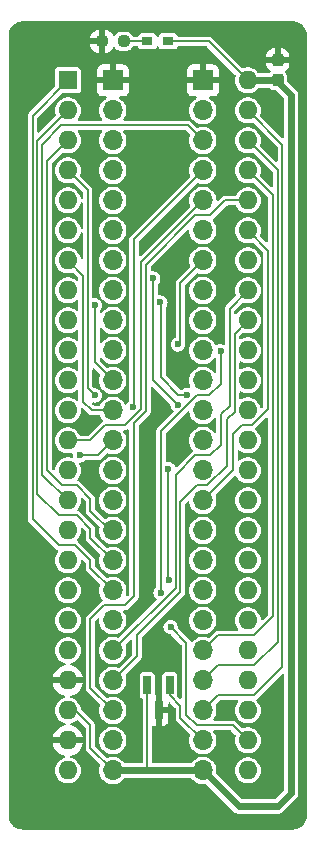
<source format=gbr>
G04 #@! TF.GenerationSoftware,KiCad,Pcbnew,8.0.4+dfsg-1*
G04 #@! TF.CreationDate,2024-12-10T10:20:37+09:00*
G04 #@! TF.ProjectId,bionic-mc68hc11a,62696f6e-6963-42d6-9d63-363868633131,4*
G04 #@! TF.SameCoordinates,Original*
G04 #@! TF.FileFunction,Copper,L1,Top*
G04 #@! TF.FilePolarity,Positive*
%FSLAX46Y46*%
G04 Gerber Fmt 4.6, Leading zero omitted, Abs format (unit mm)*
G04 Created by KiCad (PCBNEW 8.0.4+dfsg-1) date 2024-12-10 10:20:37*
%MOMM*%
%LPD*%
G01*
G04 APERTURE LIST*
G04 Aperture macros list*
%AMRoundRect*
0 Rectangle with rounded corners*
0 $1 Rounding radius*
0 $2 $3 $4 $5 $6 $7 $8 $9 X,Y pos of 4 corners*
0 Add a 4 corners polygon primitive as box body*
4,1,4,$2,$3,$4,$5,$6,$7,$8,$9,$2,$3,0*
0 Add four circle primitives for the rounded corners*
1,1,$1+$1,$2,$3*
1,1,$1+$1,$4,$5*
1,1,$1+$1,$6,$7*
1,1,$1+$1,$8,$9*
0 Add four rect primitives between the rounded corners*
20,1,$1+$1,$2,$3,$4,$5,0*
20,1,$1+$1,$4,$5,$6,$7,0*
20,1,$1+$1,$6,$7,$8,$9,0*
20,1,$1+$1,$8,$9,$2,$3,0*%
G04 Aperture macros list end*
G04 #@! TA.AperFunction,SMDPad,CuDef*
%ADD10R,0.965200X0.762000*%
G04 #@! TD*
G04 #@! TA.AperFunction,SMDPad,CuDef*
%ADD11RoundRect,0.237500X0.250000X0.237500X-0.250000X0.237500X-0.250000X-0.237500X0.250000X-0.237500X0*%
G04 #@! TD*
G04 #@! TA.AperFunction,SMDPad,CuDef*
%ADD12RoundRect,0.237500X0.237500X-0.300000X0.237500X0.300000X-0.237500X0.300000X-0.237500X-0.300000X0*%
G04 #@! TD*
G04 #@! TA.AperFunction,ComponentPad*
%ADD13R,1.600000X1.600000*%
G04 #@! TD*
G04 #@! TA.AperFunction,ComponentPad*
%ADD14O,1.600000X1.600000*%
G04 #@! TD*
G04 #@! TA.AperFunction,SMDPad,CuDef*
%ADD15R,0.660400X1.625600*%
G04 #@! TD*
G04 #@! TA.AperFunction,ComponentPad*
%ADD16O,1.700000X1.700000*%
G04 #@! TD*
G04 #@! TA.AperFunction,ComponentPad*
%ADD17R,1.700000X1.700000*%
G04 #@! TD*
G04 #@! TA.AperFunction,ViaPad*
%ADD18C,0.600000*%
G04 #@! TD*
G04 #@! TA.AperFunction,Conductor*
%ADD19C,0.200000*%
G04 #@! TD*
G04 #@! TA.AperFunction,Conductor*
%ADD20C,0.600000*%
G04 #@! TD*
G04 APERTURE END LIST*
D10*
X112823700Y-71778000D03*
X114576300Y-71778000D03*
D11*
X110802500Y-71778000D03*
X108977500Y-71778000D03*
D12*
X123860000Y-75080000D03*
X123860000Y-73355000D03*
D13*
X106080000Y-75080000D03*
D14*
X106080000Y-77620000D03*
X106080000Y-80160000D03*
X106080000Y-82700000D03*
X106080000Y-85240000D03*
X106080000Y-87780000D03*
X106080000Y-90320000D03*
X106080000Y-92860000D03*
X106080000Y-95400000D03*
X106080000Y-97940000D03*
X106080000Y-100480000D03*
X106080000Y-103020000D03*
X106080000Y-105560000D03*
X106080000Y-108100000D03*
X106080000Y-110640000D03*
X106080000Y-113180000D03*
X106080000Y-115720000D03*
X106080000Y-118260000D03*
X106080000Y-120800000D03*
X106080000Y-123340000D03*
X106080000Y-125880000D03*
X106080000Y-128420000D03*
X106080000Y-130960000D03*
X106080000Y-133500000D03*
X121320000Y-133500000D03*
X121320000Y-130960000D03*
X121320000Y-128420000D03*
X121320000Y-125880000D03*
X121320000Y-123340000D03*
X121320000Y-120800000D03*
X121320000Y-118260000D03*
X121320000Y-115720000D03*
X121320000Y-113180000D03*
X121320000Y-110640000D03*
X121320000Y-108100000D03*
X121320000Y-105560000D03*
X121320000Y-103020000D03*
X121320000Y-100480000D03*
X121320000Y-97940000D03*
X121320000Y-95400000D03*
X121320000Y-92860000D03*
X121320000Y-90320000D03*
X121320000Y-87780000D03*
X121320000Y-85240000D03*
X121320000Y-82700000D03*
X121320000Y-80160000D03*
X121320000Y-77620000D03*
X121320000Y-75080000D03*
D15*
X114716000Y-126288000D03*
X112815998Y-126288000D03*
X113765999Y-128420000D03*
D16*
X117510000Y-133500000D03*
X117510000Y-130960000D03*
X117510000Y-128420000D03*
X117510000Y-125880000D03*
X117510000Y-123340000D03*
X117510000Y-120800000D03*
X117510000Y-118260000D03*
X117510000Y-115720000D03*
X117510000Y-113180000D03*
X117510000Y-110640000D03*
X117510000Y-108100000D03*
X117510000Y-105560000D03*
X117510000Y-103020000D03*
X117510000Y-100480000D03*
X117510000Y-97940000D03*
X117510000Y-95400000D03*
X117510000Y-92860000D03*
X117510000Y-90320000D03*
X117510000Y-87780000D03*
X117510000Y-85240000D03*
X117510000Y-82700000D03*
X117510000Y-80160000D03*
X117510000Y-77620000D03*
D17*
X117510000Y-75080000D03*
X109890000Y-75080000D03*
D16*
X109890000Y-77620000D03*
X109890000Y-80160000D03*
X109890000Y-82700000D03*
X109890000Y-85240000D03*
X109890000Y-87780000D03*
X109890000Y-90320000D03*
X109890000Y-92860000D03*
X109890000Y-95400000D03*
X109890000Y-97940000D03*
X109890000Y-100480000D03*
X109890000Y-103020000D03*
X109890000Y-105560000D03*
X109890000Y-108100000D03*
X109890000Y-110640000D03*
X109890000Y-113180000D03*
X109890000Y-115720000D03*
X109890000Y-118260000D03*
X109890000Y-120800000D03*
X109890000Y-123340000D03*
X109890000Y-125880000D03*
X109890000Y-128420000D03*
X109890000Y-130960000D03*
X109890000Y-133500000D03*
D18*
X110906000Y-106830000D03*
X114335000Y-90574000D03*
X113446000Y-122705000D03*
X115097000Y-99591000D03*
X118780000Y-94130000D03*
X113700000Y-130325000D03*
X111033000Y-111910000D03*
X116113000Y-119530000D03*
X113700000Y-102258000D03*
X111668000Y-86764000D03*
X115478000Y-104544000D03*
X123860000Y-133500000D03*
X119669000Y-114323000D03*
X112430000Y-117498000D03*
X113700000Y-80922000D03*
X119288000Y-88796000D03*
X119669000Y-78763000D03*
X114716000Y-96416000D03*
X121447000Y-73048000D03*
X115371985Y-102531485D03*
X113319000Y-91844000D03*
X116187050Y-101675950D03*
X113919000Y-93876000D03*
X108361400Y-94113613D03*
X107096000Y-106830000D03*
X108366000Y-101750000D03*
X113928235Y-118453235D03*
X119020200Y-98001400D03*
X114605000Y-117371000D03*
X114779500Y-121371500D03*
X114589000Y-107973000D03*
X115386000Y-97432000D03*
X111624735Y-102722735D03*
D19*
X114576300Y-71778000D02*
X118018000Y-71778000D01*
X118018000Y-71778000D02*
X121320000Y-75080000D01*
X112823700Y-71778000D02*
X110802500Y-71778000D01*
X123706500Y-75080000D02*
X123860000Y-74926500D01*
D20*
X123860000Y-136548000D02*
X125003000Y-135405000D01*
X120558000Y-136548000D02*
X123860000Y-136548000D01*
D19*
X107985000Y-131595000D02*
X109890000Y-133500000D01*
D20*
X112811000Y-133500000D02*
X117510000Y-133500000D01*
D19*
X106080000Y-128420000D02*
X106715000Y-128420000D01*
X112815998Y-126288000D02*
X112815998Y-133495002D01*
D20*
X109890000Y-133500000D02*
X112811000Y-133500000D01*
D19*
X106715000Y-128420000D02*
X107985000Y-129690000D01*
D20*
X117510000Y-133500000D02*
X120558000Y-136548000D01*
X125003000Y-76350000D02*
X123733000Y-75080000D01*
X123733000Y-75080000D02*
X121320000Y-75080000D01*
D19*
X112815998Y-133495002D02*
X112811000Y-133500000D01*
X107985000Y-129690000D02*
X107985000Y-131595000D01*
D20*
X125003000Y-135405000D02*
X125003000Y-76350000D01*
D19*
X109636000Y-133500000D02*
X109890000Y-133500000D01*
X113319000Y-91844000D02*
X113319000Y-100478500D01*
X113319000Y-100478500D02*
X115371985Y-102531485D01*
X115403950Y-101675950D02*
X116187050Y-101675950D01*
X113954000Y-93911000D02*
X113954000Y-100226000D01*
X113954000Y-100226000D02*
X115403950Y-101675950D01*
X113919000Y-93876000D02*
X113954000Y-93911000D01*
X108366000Y-98956000D02*
X109890000Y-100480000D01*
X108366000Y-94118213D02*
X108366000Y-98956000D01*
X108361400Y-94113613D02*
X108366000Y-94118213D01*
X108112000Y-103020000D02*
X107361400Y-102269400D01*
X109890000Y-103020000D02*
X108112000Y-103020000D01*
X107361400Y-91601400D02*
X106080000Y-90320000D01*
X107361400Y-102269400D02*
X107361400Y-91601400D01*
X108620000Y-106830000D02*
X109890000Y-105560000D01*
X107096000Y-106830000D02*
X108620000Y-106830000D01*
X107761400Y-84381400D02*
X106080000Y-82700000D01*
X107761400Y-101145400D02*
X107761400Y-84381400D01*
X108366000Y-101750000D02*
X107761400Y-101145400D01*
X109890000Y-113180000D02*
X109636000Y-113180000D01*
X109636000Y-113180000D02*
X107985000Y-111529000D01*
X106842000Y-109370000D02*
X105572000Y-109370000D01*
X104302000Y-108100000D02*
X104302000Y-81938000D01*
X107985000Y-111529000D02*
X107985000Y-110513000D01*
X104302000Y-81938000D02*
X106080000Y-80160000D01*
X107985000Y-110513000D02*
X106842000Y-109370000D01*
X105572000Y-109370000D02*
X104302000Y-108100000D01*
X106842000Y-111910000D02*
X105318000Y-111910000D01*
X107985000Y-113815000D02*
X107985000Y-113053000D01*
X105318000Y-111910000D02*
X103502000Y-110094000D01*
X103502000Y-80198000D02*
X106080000Y-77620000D01*
X107985000Y-113053000D02*
X106842000Y-111910000D01*
X109890000Y-115720000D02*
X107985000Y-113815000D01*
X103502000Y-110094000D02*
X103502000Y-80198000D01*
X107985000Y-115720000D02*
X106715000Y-114450000D01*
X109890000Y-118260000D02*
X107985000Y-116355000D01*
X105318000Y-114450000D02*
X103102000Y-112234000D01*
X106715000Y-114450000D02*
X105318000Y-114450000D01*
X103102000Y-112234000D02*
X103102000Y-78058000D01*
X103102000Y-78058000D02*
X106080000Y-75080000D01*
X107985000Y-116355000D02*
X107985000Y-115720000D01*
X119780400Y-94399600D02*
X121320000Y-92860000D01*
X116875000Y-106830000D02*
X118145000Y-106830000D01*
X118145000Y-106830000D02*
X119034000Y-105941000D01*
X109890000Y-123340000D02*
X115205000Y-118025000D01*
X119034000Y-103361200D02*
X119780400Y-102614800D01*
X115205000Y-108500000D02*
X116875000Y-106830000D01*
X119780400Y-102614800D02*
X119780400Y-94399600D01*
X119034000Y-105941000D02*
X119034000Y-103361200D01*
X115205000Y-118025000D02*
X115205000Y-108500000D01*
X117869100Y-109370000D02*
X119542000Y-107697100D01*
X115605000Y-118387000D02*
X115605000Y-110767000D01*
X120200100Y-96519900D02*
X121320000Y-95400000D01*
X109890000Y-125880000D02*
X111922000Y-123848000D01*
X119542000Y-107697100D02*
X119542000Y-103782000D01*
X111922000Y-123848000D02*
X111922000Y-122070000D01*
X117002000Y-109370000D02*
X117869100Y-109370000D01*
X120200100Y-103123900D02*
X120200100Y-96519900D01*
X115605000Y-110767000D02*
X117002000Y-109370000D01*
X119542000Y-103782000D02*
X120200100Y-103123900D01*
X111922000Y-122070000D02*
X115605000Y-118387000D01*
X124241000Y-124737000D02*
X124241000Y-80541000D01*
X124241000Y-80541000D02*
X121320000Y-77620000D01*
X117510000Y-128420000D02*
X118780000Y-127150000D01*
X121828000Y-127150000D02*
X124241000Y-124737000D01*
X118780000Y-127150000D02*
X121828000Y-127150000D01*
X113954000Y-118427470D02*
X113954000Y-104798000D01*
X113954000Y-104798000D02*
X117002000Y-101750000D01*
X117002000Y-101750000D02*
X118030850Y-101750000D01*
X119020200Y-100760650D02*
X119020200Y-98001400D01*
X113928235Y-118453235D02*
X113954000Y-118427470D01*
X118030850Y-101750000D02*
X119020200Y-100760650D01*
X115605000Y-128039000D02*
X115605000Y-129055000D01*
X115605000Y-129055000D02*
X117510000Y-130960000D01*
X114716000Y-126288000D02*
X114716000Y-127150000D01*
X114716000Y-127150000D02*
X115605000Y-128039000D01*
X121634700Y-104290000D02*
X120812000Y-104290000D01*
X123041000Y-89501000D02*
X123041000Y-102883700D01*
X121320000Y-87780000D02*
X123041000Y-89501000D01*
X120812000Y-104290000D02*
X120050000Y-105052000D01*
X120050000Y-108100000D02*
X117510000Y-110640000D01*
X120050000Y-105052000D02*
X120050000Y-108100000D01*
X123041000Y-102883700D02*
X121634700Y-104290000D01*
X114589000Y-117355000D02*
X114605000Y-117371000D01*
X117002000Y-129690000D02*
X120050000Y-129690000D01*
X120050000Y-129690000D02*
X121320000Y-130960000D01*
X114779500Y-121371500D02*
X116113000Y-122705000D01*
X116113000Y-128801000D02*
X117002000Y-129690000D01*
X114589000Y-107973000D02*
X114589000Y-117355000D01*
X116113000Y-122705000D02*
X116113000Y-128801000D01*
X115605000Y-97213000D02*
X115605000Y-92225000D01*
X115605000Y-92225000D02*
X117510000Y-90320000D01*
X115386000Y-97432000D02*
X115605000Y-97213000D01*
X110906000Y-104290000D02*
X109255000Y-104290000D01*
X117510000Y-85240000D02*
X112303000Y-90447000D01*
X112303000Y-90447000D02*
X112303000Y-102893000D01*
X109255000Y-104290000D02*
X107985000Y-105560000D01*
X107985000Y-105560000D02*
X106080000Y-105560000D01*
X112303000Y-102893000D02*
X110906000Y-104290000D01*
X111668000Y-102679470D02*
X111668000Y-88542000D01*
X111624735Y-102722735D02*
X111668000Y-102679470D01*
X111668000Y-88542000D02*
X117510000Y-82700000D01*
X105524150Y-78890000D02*
X116240000Y-78890000D01*
X116240000Y-78890000D02*
X117510000Y-80160000D01*
X106080000Y-110640000D02*
X103902000Y-108462000D01*
X103902000Y-108462000D02*
X103902000Y-80512150D01*
X103902000Y-80512150D02*
X105524150Y-78890000D01*
X116884900Y-86510000D02*
X118145000Y-86510000D01*
X119415000Y-85240000D02*
X121320000Y-85240000D01*
X111668000Y-118768000D02*
X111668000Y-104093686D01*
X107985000Y-126515000D02*
X107985000Y-120673000D01*
X112703000Y-90691900D02*
X116884900Y-86510000D01*
X110906000Y-119530000D02*
X111668000Y-118768000D01*
X107985000Y-120673000D02*
X109128000Y-119530000D01*
X118145000Y-86510000D02*
X119415000Y-85240000D01*
X112703000Y-103058686D02*
X112703000Y-90691900D01*
X109128000Y-119530000D02*
X110906000Y-119530000D01*
X111668000Y-104093686D02*
X112703000Y-103058686D01*
X109890000Y-128420000D02*
X107985000Y-126515000D01*
X118780000Y-122070000D02*
X117510000Y-123340000D01*
X121320000Y-82700000D02*
X123441000Y-84821000D01*
X123441000Y-120457000D02*
X121828000Y-122070000D01*
X121828000Y-122070000D02*
X118780000Y-122070000D01*
X123441000Y-84821000D02*
X123441000Y-120457000D01*
X121828000Y-124610000D02*
X118780000Y-124610000D01*
X121320000Y-80160000D02*
X123841000Y-82681000D01*
X123841000Y-82681000D02*
X123841000Y-122597000D01*
X118780000Y-124610000D02*
X117510000Y-125880000D01*
X123841000Y-122597000D02*
X121828000Y-124610000D01*
G04 #@! TA.AperFunction,Conductor*
G36*
X111234743Y-104641647D02*
G01*
X111265336Y-104694635D01*
X111267500Y-104715219D01*
X111267500Y-118561099D01*
X111248593Y-118619290D01*
X111238503Y-118631103D01*
X111147544Y-118722061D01*
X111093027Y-118749838D01*
X111032595Y-118740266D01*
X110989331Y-118697002D01*
X110979760Y-118636569D01*
X110982318Y-118624974D01*
X111025756Y-118472310D01*
X111045429Y-118260000D01*
X111025756Y-118047690D01*
X110967405Y-117842611D01*
X110872366Y-117651745D01*
X110743872Y-117481593D01*
X110689623Y-117432139D01*
X110586307Y-117337952D01*
X110586300Y-117337946D01*
X110405024Y-117225705D01*
X110405019Y-117225702D01*
X110319657Y-117192633D01*
X110206198Y-117148679D01*
X110206197Y-117148678D01*
X110206195Y-117148678D01*
X109996610Y-117109500D01*
X109783390Y-117109500D01*
X109573802Y-117148678D01*
X109469091Y-117189243D01*
X109408000Y-117192633D01*
X109363325Y-117166932D01*
X108414496Y-116218103D01*
X108386719Y-116163586D01*
X108385500Y-116148099D01*
X108385500Y-115667274D01*
X108385500Y-115667273D01*
X108358207Y-115565413D01*
X108358207Y-115565412D01*
X108358207Y-115565411D01*
X108305483Y-115474091D01*
X108305481Y-115474089D01*
X108305480Y-115474087D01*
X106960913Y-114129520D01*
X106960910Y-114129518D01*
X106901242Y-114095068D01*
X106860302Y-114049598D01*
X106853907Y-113988748D01*
X106884047Y-113936171D01*
X106896764Y-113924579D01*
X107019673Y-113761821D01*
X107110582Y-113579250D01*
X107166397Y-113383083D01*
X107185215Y-113180000D01*
X107173707Y-113055816D01*
X107187165Y-112996134D01*
X107233135Y-112955756D01*
X107294059Y-112950110D01*
X107342289Y-112976682D01*
X107555504Y-113189897D01*
X107583281Y-113244414D01*
X107584500Y-113259901D01*
X107584500Y-113762273D01*
X107584500Y-113867727D01*
X107599733Y-113924577D01*
X107611794Y-113969592D01*
X107664516Y-114060908D01*
X107664517Y-114060909D01*
X107664518Y-114060910D01*
X107664520Y-114060913D01*
X108230539Y-114626932D01*
X108793348Y-115189741D01*
X108821125Y-115244258D01*
X108812904Y-115297818D01*
X108814249Y-115298339D01*
X108812598Y-115302598D01*
X108754244Y-115507688D01*
X108740113Y-115660195D01*
X108734571Y-115720000D01*
X108754244Y-115932310D01*
X108812595Y-116137389D01*
X108907634Y-116328255D01*
X109036128Y-116498407D01*
X109106734Y-116562773D01*
X109193692Y-116642047D01*
X109193699Y-116642053D01*
X109297389Y-116706255D01*
X109374981Y-116754298D01*
X109573802Y-116831321D01*
X109783390Y-116870500D01*
X109996610Y-116870500D01*
X110206198Y-116831321D01*
X110405019Y-116754298D01*
X110586302Y-116642052D01*
X110743872Y-116498407D01*
X110872366Y-116328255D01*
X110967405Y-116137389D01*
X111025756Y-115932310D01*
X111045429Y-115720000D01*
X111025756Y-115507690D01*
X110967405Y-115302611D01*
X110872366Y-115111745D01*
X110743872Y-114941593D01*
X110661349Y-114866363D01*
X110586307Y-114797952D01*
X110586300Y-114797946D01*
X110405024Y-114685705D01*
X110405019Y-114685702D01*
X110319657Y-114652633D01*
X110206198Y-114608679D01*
X110206197Y-114608678D01*
X110206195Y-114608678D01*
X109996610Y-114569500D01*
X109783390Y-114569500D01*
X109573802Y-114608678D01*
X109469091Y-114649243D01*
X109408000Y-114652633D01*
X109363325Y-114626932D01*
X108414496Y-113678103D01*
X108386719Y-113623586D01*
X108385500Y-113608099D01*
X108385500Y-113000274D01*
X108385500Y-113000273D01*
X108358207Y-112898413D01*
X108358207Y-112898412D01*
X108358207Y-112898411D01*
X108305483Y-112807091D01*
X108305481Y-112807089D01*
X108305480Y-112807087D01*
X107087913Y-111589520D01*
X107087910Y-111589518D01*
X107087908Y-111589516D01*
X106996591Y-111536794D01*
X106996587Y-111536792D01*
X106959889Y-111526959D01*
X106908575Y-111493635D01*
X106886649Y-111436514D01*
X106902485Y-111377413D01*
X106906498Y-111371688D01*
X107019673Y-111221821D01*
X107110582Y-111039250D01*
X107166397Y-110843083D01*
X107185215Y-110640000D01*
X107173707Y-110515816D01*
X107187165Y-110456134D01*
X107233135Y-110415756D01*
X107294059Y-110410110D01*
X107342289Y-110436682D01*
X107555504Y-110649897D01*
X107583281Y-110704414D01*
X107584500Y-110719901D01*
X107584500Y-111476273D01*
X107584500Y-111581727D01*
X107597260Y-111629348D01*
X107611794Y-111683592D01*
X107664516Y-111774908D01*
X107664517Y-111774909D01*
X107664518Y-111774910D01*
X107664520Y-111774913D01*
X108215970Y-112326363D01*
X108735932Y-112846325D01*
X108763709Y-112900842D01*
X108761149Y-112943420D01*
X108754244Y-112967690D01*
X108734571Y-113180000D01*
X108754244Y-113392310D01*
X108812595Y-113597389D01*
X108907634Y-113788255D01*
X109036128Y-113958407D01*
X109069410Y-113988748D01*
X109193692Y-114102047D01*
X109193699Y-114102053D01*
X109238057Y-114129518D01*
X109374981Y-114214298D01*
X109573802Y-114291321D01*
X109783390Y-114330500D01*
X109996610Y-114330500D01*
X110206198Y-114291321D01*
X110405019Y-114214298D01*
X110586302Y-114102052D01*
X110743872Y-113958407D01*
X110872366Y-113788255D01*
X110967405Y-113597389D01*
X111025756Y-113392310D01*
X111045429Y-113180000D01*
X111025756Y-112967690D01*
X110967405Y-112762611D01*
X110872366Y-112571745D01*
X110743872Y-112401593D01*
X110661349Y-112326363D01*
X110586307Y-112257952D01*
X110586300Y-112257946D01*
X110405024Y-112145705D01*
X110405019Y-112145702D01*
X110206195Y-112068678D01*
X109996610Y-112029500D01*
X109783390Y-112029500D01*
X109573804Y-112068678D01*
X109374980Y-112145702D01*
X109374978Y-112145703D01*
X109313879Y-112183534D01*
X109254451Y-112198092D01*
X109197815Y-112174938D01*
X109191759Y-112169366D01*
X108414496Y-111392103D01*
X108386719Y-111337586D01*
X108385500Y-111322099D01*
X108385500Y-110640000D01*
X108734571Y-110640000D01*
X108754244Y-110852310D01*
X108812595Y-111057389D01*
X108907634Y-111248255D01*
X109036128Y-111418407D01*
X109099604Y-111476273D01*
X109193692Y-111562047D01*
X109193699Y-111562053D01*
X109238060Y-111589520D01*
X109374981Y-111674298D01*
X109573802Y-111751321D01*
X109783390Y-111790500D01*
X109996610Y-111790500D01*
X110206198Y-111751321D01*
X110405019Y-111674298D01*
X110586302Y-111562052D01*
X110743872Y-111418407D01*
X110872366Y-111248255D01*
X110967405Y-111057389D01*
X111025756Y-110852310D01*
X111045429Y-110640000D01*
X111025756Y-110427690D01*
X110967405Y-110222611D01*
X110872366Y-110031745D01*
X110743872Y-109861593D01*
X110689623Y-109812139D01*
X110586307Y-109717952D01*
X110586300Y-109717946D01*
X110405024Y-109605705D01*
X110405019Y-109605702D01*
X110206195Y-109528678D01*
X109996610Y-109489500D01*
X109783390Y-109489500D01*
X109573804Y-109528678D01*
X109374980Y-109605702D01*
X109374975Y-109605705D01*
X109193699Y-109717946D01*
X109193692Y-109717952D01*
X109036135Y-109861586D01*
X109036131Y-109861589D01*
X109036128Y-109861593D01*
X109036125Y-109861597D01*
X108907635Y-110031743D01*
X108907630Y-110031752D01*
X108812596Y-110222608D01*
X108754244Y-110427688D01*
X108754244Y-110427690D01*
X108734571Y-110640000D01*
X108385500Y-110640000D01*
X108385500Y-110460274D01*
X108385500Y-110460273D01*
X108358207Y-110358413D01*
X108358207Y-110358412D01*
X108358207Y-110358411D01*
X108305483Y-110267091D01*
X108305481Y-110267089D01*
X108305480Y-110267087D01*
X107087913Y-109049520D01*
X107087910Y-109049518D01*
X107087908Y-109049516D01*
X106996591Y-108996794D01*
X106996587Y-108996792D01*
X106959889Y-108986959D01*
X106908575Y-108953635D01*
X106886649Y-108896514D01*
X106902485Y-108837413D01*
X106906498Y-108831688D01*
X107019673Y-108681821D01*
X107110582Y-108499250D01*
X107166397Y-108303083D01*
X107185215Y-108100000D01*
X108734571Y-108100000D01*
X108754244Y-108312310D01*
X108812595Y-108517389D01*
X108907634Y-108708255D01*
X109036128Y-108878407D01*
X109101308Y-108937827D01*
X109193692Y-109022047D01*
X109193699Y-109022053D01*
X109238060Y-109049520D01*
X109374981Y-109134298D01*
X109573802Y-109211321D01*
X109783390Y-109250500D01*
X109996610Y-109250500D01*
X110206198Y-109211321D01*
X110405019Y-109134298D01*
X110586302Y-109022052D01*
X110743872Y-108878407D01*
X110872366Y-108708255D01*
X110967405Y-108517389D01*
X111025756Y-108312310D01*
X111045429Y-108100000D01*
X111025756Y-107887690D01*
X110967405Y-107682611D01*
X110872366Y-107491745D01*
X110743872Y-107321593D01*
X110645286Y-107231719D01*
X110586307Y-107177952D01*
X110586300Y-107177946D01*
X110405024Y-107065705D01*
X110405019Y-107065702D01*
X110330865Y-107036975D01*
X110206198Y-106988679D01*
X110206197Y-106988678D01*
X110206195Y-106988678D01*
X109996610Y-106949500D01*
X109783390Y-106949500D01*
X109573804Y-106988678D01*
X109374980Y-107065702D01*
X109374975Y-107065705D01*
X109193699Y-107177946D01*
X109193692Y-107177952D01*
X109036135Y-107321586D01*
X109036131Y-107321589D01*
X109036128Y-107321593D01*
X109036125Y-107321597D01*
X108907635Y-107491743D01*
X108907630Y-107491752D01*
X108812596Y-107682608D01*
X108754244Y-107887688D01*
X108754244Y-107887690D01*
X108734571Y-108100000D01*
X107185215Y-108100000D01*
X107166397Y-107896917D01*
X107110582Y-107700750D01*
X107047647Y-107574360D01*
X107038635Y-107513844D01*
X107066915Y-107459587D01*
X107121686Y-107432314D01*
X107123263Y-107432092D01*
X107252762Y-107415044D01*
X107398841Y-107354536D01*
X107495393Y-107280448D01*
X107529430Y-107254332D01*
X107530490Y-107255713D01*
X107577584Y-107231719D01*
X107593071Y-107230500D01*
X108672725Y-107230500D01*
X108672727Y-107230500D01*
X108774588Y-107203207D01*
X108774590Y-107203205D01*
X108774592Y-107203205D01*
X108865908Y-107150483D01*
X108865908Y-107150482D01*
X108865913Y-107150480D01*
X109363326Y-106653065D01*
X109417841Y-106625290D01*
X109469090Y-106630756D01*
X109573802Y-106671321D01*
X109783390Y-106710500D01*
X109996610Y-106710500D01*
X110206198Y-106671321D01*
X110405019Y-106594298D01*
X110586302Y-106482052D01*
X110743872Y-106338407D01*
X110872366Y-106168255D01*
X110967405Y-105977389D01*
X111025756Y-105772310D01*
X111045429Y-105560000D01*
X111025756Y-105347690D01*
X110967405Y-105142611D01*
X110872366Y-104951745D01*
X110794896Y-104849159D01*
X110774918Y-104791330D01*
X110792747Y-104732799D01*
X110841573Y-104695927D01*
X110873901Y-104690500D01*
X110958725Y-104690500D01*
X110958727Y-104690500D01*
X111060588Y-104663207D01*
X111118999Y-104629482D01*
X111178848Y-104616761D01*
X111234743Y-104641647D01*
G37*
G04 #@! TD.AperFunction*
G04 #@! TA.AperFunction,Conductor*
G36*
X116315632Y-103099502D02*
G01*
X116358897Y-103142767D01*
X116369265Y-103178576D01*
X116374244Y-103232311D01*
X116383538Y-103264974D01*
X116432595Y-103437389D01*
X116527634Y-103628255D01*
X116656128Y-103798407D01*
X116682483Y-103822433D01*
X116813692Y-103942047D01*
X116813699Y-103942053D01*
X116858057Y-103969518D01*
X116994981Y-104054298D01*
X117193802Y-104131321D01*
X117403390Y-104170500D01*
X117616610Y-104170500D01*
X117826198Y-104131321D01*
X118025019Y-104054298D01*
X118206302Y-103942052D01*
X118363872Y-103798407D01*
X118455498Y-103677075D01*
X118505653Y-103642034D01*
X118566827Y-103643165D01*
X118615654Y-103680037D01*
X118633500Y-103736738D01*
X118633500Y-104843261D01*
X118614593Y-104901452D01*
X118565093Y-104937416D01*
X118503907Y-104937416D01*
X118455497Y-104902922D01*
X118363880Y-104781603D01*
X118363877Y-104781600D01*
X118363872Y-104781593D01*
X118269902Y-104695927D01*
X118206307Y-104637952D01*
X118206300Y-104637946D01*
X118025024Y-104525705D01*
X118025019Y-104525702D01*
X117854130Y-104459500D01*
X117826198Y-104448679D01*
X117826197Y-104448678D01*
X117826195Y-104448678D01*
X117616610Y-104409500D01*
X117403390Y-104409500D01*
X117193804Y-104448678D01*
X116994980Y-104525702D01*
X116994975Y-104525705D01*
X116813699Y-104637946D01*
X116813692Y-104637952D01*
X116656135Y-104781586D01*
X116656131Y-104781589D01*
X116656128Y-104781593D01*
X116656125Y-104781597D01*
X116527635Y-104951743D01*
X116527630Y-104951752D01*
X116432596Y-105142608D01*
X116432595Y-105142611D01*
X116427790Y-105159500D01*
X116374244Y-105347688D01*
X116374244Y-105347690D01*
X116354571Y-105560000D01*
X116374244Y-105772310D01*
X116432595Y-105977389D01*
X116527634Y-106168255D01*
X116656128Y-106338407D01*
X116656135Y-106338413D01*
X116660517Y-106342408D01*
X116690780Y-106395584D01*
X116684008Y-106456394D01*
X116643320Y-106501302D01*
X116629087Y-106509519D01*
X116554519Y-106584086D01*
X116554520Y-106584087D01*
X116554518Y-106584089D01*
X115322255Y-107816351D01*
X115267738Y-107844128D01*
X115207306Y-107834557D01*
X115164041Y-107791292D01*
X115160787Y-107784233D01*
X115126206Y-107700747D01*
X115113536Y-107670159D01*
X115017282Y-107544718D01*
X115017277Y-107544714D01*
X115017276Y-107544713D01*
X114891838Y-107448462D01*
X114745766Y-107387957D01*
X114745758Y-107387955D01*
X114589001Y-107367318D01*
X114588999Y-107367318D01*
X114466422Y-107383455D01*
X114406261Y-107372305D01*
X114364144Y-107327922D01*
X114354500Y-107285302D01*
X114354500Y-105004900D01*
X114373407Y-104946709D01*
X114383490Y-104934902D01*
X116200685Y-103117706D01*
X116255200Y-103089931D01*
X116315632Y-103099502D01*
G37*
G04 #@! TD.AperFunction*
G04 #@! TA.AperFunction,Conductor*
G36*
X125133875Y-70075805D02*
G01*
X125309097Y-70089594D01*
X125324430Y-70092023D01*
X125491550Y-70132145D01*
X125506317Y-70136943D01*
X125665104Y-70202715D01*
X125678926Y-70209758D01*
X125825469Y-70299560D01*
X125838032Y-70308688D01*
X125968717Y-70420303D01*
X125979699Y-70431285D01*
X126091311Y-70561967D01*
X126100440Y-70574532D01*
X126190238Y-70721068D01*
X126197287Y-70734902D01*
X126263054Y-70893678D01*
X126267855Y-70908453D01*
X126307975Y-71075564D01*
X126310405Y-71090907D01*
X126324195Y-71266123D01*
X126324500Y-71273891D01*
X126324500Y-137306108D01*
X126324195Y-137313876D01*
X126310405Y-137489092D01*
X126307975Y-137504435D01*
X126267855Y-137671546D01*
X126263054Y-137686321D01*
X126197287Y-137845097D01*
X126190234Y-137858939D01*
X126100442Y-138005465D01*
X126091311Y-138018032D01*
X125979699Y-138148714D01*
X125968714Y-138159699D01*
X125838032Y-138271311D01*
X125825465Y-138280442D01*
X125678939Y-138370234D01*
X125665097Y-138377287D01*
X125506321Y-138443054D01*
X125491546Y-138447855D01*
X125324435Y-138487975D01*
X125309092Y-138490405D01*
X125149743Y-138502946D01*
X125133874Y-138504195D01*
X125126108Y-138504500D01*
X102273892Y-138504500D01*
X102266125Y-138504195D01*
X102247014Y-138502691D01*
X102090907Y-138490405D01*
X102075564Y-138487975D01*
X101908453Y-138447855D01*
X101893678Y-138443054D01*
X101734902Y-138377287D01*
X101721068Y-138370238D01*
X101574532Y-138280440D01*
X101561967Y-138271311D01*
X101462706Y-138186535D01*
X101431282Y-138159696D01*
X101420303Y-138148717D01*
X101308688Y-138018032D01*
X101299560Y-138005469D01*
X101209758Y-137858926D01*
X101202715Y-137845104D01*
X101136943Y-137686317D01*
X101132144Y-137671546D01*
X101092024Y-137504435D01*
X101089594Y-137489097D01*
X101075805Y-137313875D01*
X101075500Y-137306108D01*
X101075500Y-120800000D01*
X104974785Y-120800000D01*
X104993603Y-121003083D01*
X105049418Y-121199250D01*
X105140327Y-121381821D01*
X105263236Y-121544579D01*
X105413959Y-121681981D01*
X105587363Y-121789348D01*
X105777544Y-121863024D01*
X105978024Y-121900500D01*
X106181976Y-121900500D01*
X106382456Y-121863024D01*
X106572637Y-121789348D01*
X106746041Y-121681981D01*
X106896764Y-121544579D01*
X107019673Y-121381821D01*
X107110582Y-121199250D01*
X107166397Y-121003083D01*
X107185215Y-120800000D01*
X107166397Y-120596917D01*
X107110582Y-120400750D01*
X107019673Y-120218179D01*
X106896764Y-120055421D01*
X106746041Y-119918019D01*
X106572637Y-119810652D01*
X106382456Y-119736976D01*
X106382455Y-119736975D01*
X106382453Y-119736975D01*
X106181976Y-119699500D01*
X105978024Y-119699500D01*
X105777546Y-119736975D01*
X105707632Y-119764059D01*
X105587363Y-119810652D01*
X105437881Y-119903207D01*
X105413959Y-119918019D01*
X105263237Y-120055420D01*
X105140328Y-120218177D01*
X105140323Y-120218186D01*
X105058450Y-120382611D01*
X105049418Y-120400750D01*
X104993603Y-120596917D01*
X104974785Y-120800000D01*
X101075500Y-120800000D01*
X101075500Y-118260000D01*
X104974785Y-118260000D01*
X104993603Y-118463083D01*
X105041924Y-118632913D01*
X105049419Y-118659252D01*
X105129823Y-118820727D01*
X105140327Y-118841821D01*
X105263236Y-119004579D01*
X105413959Y-119141981D01*
X105587363Y-119249348D01*
X105777544Y-119323024D01*
X105978024Y-119360500D01*
X106181976Y-119360500D01*
X106382456Y-119323024D01*
X106572637Y-119249348D01*
X106746041Y-119141981D01*
X106896764Y-119004579D01*
X107019673Y-118841821D01*
X107110582Y-118659250D01*
X107166397Y-118463083D01*
X107185215Y-118260000D01*
X107166397Y-118056917D01*
X107110582Y-117860750D01*
X107019673Y-117678179D01*
X106896764Y-117515421D01*
X106746041Y-117378019D01*
X106572637Y-117270652D01*
X106382456Y-117196976D01*
X106382455Y-117196975D01*
X106382453Y-117196975D01*
X106181976Y-117159500D01*
X105978024Y-117159500D01*
X105777546Y-117196975D01*
X105737353Y-117212546D01*
X105587363Y-117270652D01*
X105478676Y-117337948D01*
X105413959Y-117378019D01*
X105263237Y-117515420D01*
X105140328Y-117678177D01*
X105140323Y-117678186D01*
X105058450Y-117842611D01*
X105049418Y-117860750D01*
X104993603Y-118056917D01*
X104974785Y-118260000D01*
X101075500Y-118260000D01*
X101075500Y-78005273D01*
X102701500Y-78005273D01*
X102701500Y-112181273D01*
X102701500Y-112286727D01*
X102725570Y-112376559D01*
X102728794Y-112388592D01*
X102781516Y-112479908D01*
X102781518Y-112479910D01*
X102781520Y-112479913D01*
X105072087Y-114770480D01*
X105072089Y-114770481D01*
X105072091Y-114770483D01*
X105163408Y-114823205D01*
X105163409Y-114823205D01*
X105163412Y-114823207D01*
X105200109Y-114833039D01*
X105251423Y-114866363D01*
X105273350Y-114923484D01*
X105257515Y-114982584D01*
X105253490Y-114988327D01*
X105140328Y-115138177D01*
X105140323Y-115138186D01*
X105058450Y-115302611D01*
X105049418Y-115320750D01*
X104993603Y-115516917D01*
X104974785Y-115720000D01*
X104993603Y-115923083D01*
X105049418Y-116119250D01*
X105140327Y-116301821D01*
X105263236Y-116464579D01*
X105413959Y-116601981D01*
X105587363Y-116709348D01*
X105777544Y-116783024D01*
X105978024Y-116820500D01*
X106181976Y-116820500D01*
X106382456Y-116783024D01*
X106572637Y-116709348D01*
X106746041Y-116601981D01*
X106896764Y-116464579D01*
X107019673Y-116301821D01*
X107110582Y-116119250D01*
X107166397Y-115923083D01*
X107185215Y-115720000D01*
X107185214Y-115719993D01*
X107185548Y-115716393D01*
X107209744Y-115660195D01*
X107262351Y-115628951D01*
X107323275Y-115634597D01*
X107354130Y-115655523D01*
X107555504Y-115856897D01*
X107583281Y-115911414D01*
X107584500Y-115926901D01*
X107584500Y-116302273D01*
X107584500Y-116407727D01*
X107599733Y-116464579D01*
X107611794Y-116509592D01*
X107664516Y-116600908D01*
X107664517Y-116600909D01*
X107664518Y-116600910D01*
X107664520Y-116600913D01*
X108230539Y-117166932D01*
X108793348Y-117729741D01*
X108821125Y-117784258D01*
X108812904Y-117837818D01*
X108814249Y-117838339D01*
X108812598Y-117842598D01*
X108754244Y-118047688D01*
X108734571Y-118260000D01*
X108754244Y-118472311D01*
X108773955Y-118541587D01*
X108812595Y-118677389D01*
X108907634Y-118868255D01*
X108907639Y-118868262D01*
X108907640Y-118868263D01*
X109012148Y-119006653D01*
X109032128Y-119064484D01*
X109014300Y-119123014D01*
X108978167Y-119152051D01*
X108979031Y-119153548D01*
X108882091Y-119209516D01*
X107664516Y-120427091D01*
X107611793Y-120518411D01*
X107611792Y-120518411D01*
X107611793Y-120518412D01*
X107611793Y-120518413D01*
X107584500Y-120620273D01*
X107584500Y-126462273D01*
X107584500Y-126567727D01*
X107590693Y-126590839D01*
X107611794Y-126669592D01*
X107664516Y-126760908D01*
X107664517Y-126760909D01*
X107664518Y-126760910D01*
X107664520Y-126760913D01*
X108230539Y-127326932D01*
X108793348Y-127889741D01*
X108821125Y-127944258D01*
X108812904Y-127997818D01*
X108814249Y-127998339D01*
X108812598Y-128002598D01*
X108754244Y-128207688D01*
X108747103Y-128284757D01*
X108734571Y-128420000D01*
X108754244Y-128632310D01*
X108812595Y-128837389D01*
X108907634Y-129028255D01*
X109036128Y-129198407D01*
X109056622Y-129217090D01*
X109193692Y-129342047D01*
X109193699Y-129342053D01*
X109238055Y-129369517D01*
X109374981Y-129454298D01*
X109573802Y-129531321D01*
X109783390Y-129570500D01*
X109996610Y-129570500D01*
X110206198Y-129531321D01*
X110405019Y-129454298D01*
X110586302Y-129342052D01*
X110743872Y-129198407D01*
X110872366Y-129028255D01*
X110967405Y-128837389D01*
X111025756Y-128632310D01*
X111045429Y-128420000D01*
X111025756Y-128207690D01*
X110967405Y-128002611D01*
X110872366Y-127811745D01*
X110743872Y-127641593D01*
X110645286Y-127551719D01*
X110586307Y-127497952D01*
X110586300Y-127497946D01*
X110405024Y-127385705D01*
X110405019Y-127385702D01*
X110312592Y-127349896D01*
X110206198Y-127308679D01*
X110206197Y-127308678D01*
X110206195Y-127308678D01*
X109996610Y-127269500D01*
X109783390Y-127269500D01*
X109573802Y-127308678D01*
X109469091Y-127349243D01*
X109408000Y-127352633D01*
X109363325Y-127326932D01*
X108414496Y-126378103D01*
X108386719Y-126323586D01*
X108385500Y-126308099D01*
X108385500Y-120879899D01*
X108404407Y-120821708D01*
X108414484Y-120809908D01*
X108572371Y-120652021D01*
X108626885Y-120624246D01*
X108687317Y-120633817D01*
X108730582Y-120677082D01*
X108740949Y-120731160D01*
X108734571Y-120800000D01*
X108738175Y-120838893D01*
X108754244Y-121012311D01*
X108777449Y-121093867D01*
X108812595Y-121217389D01*
X108907634Y-121408255D01*
X109036128Y-121578407D01*
X109036135Y-121578413D01*
X109193692Y-121722047D01*
X109193699Y-121722053D01*
X109238060Y-121749520D01*
X109374981Y-121834298D01*
X109573802Y-121911321D01*
X109783390Y-121950500D01*
X109996610Y-121950500D01*
X110206198Y-121911321D01*
X110405019Y-121834298D01*
X110586302Y-121722052D01*
X110743872Y-121578407D01*
X110872366Y-121408255D01*
X110967405Y-121217389D01*
X111025756Y-121012310D01*
X111045429Y-120800000D01*
X111025756Y-120587690D01*
X110967405Y-120382611D01*
X110872366Y-120191745D01*
X110794896Y-120089159D01*
X110774918Y-120031330D01*
X110792747Y-119972799D01*
X110841573Y-119935927D01*
X110873901Y-119930500D01*
X110958725Y-119930500D01*
X110958727Y-119930500D01*
X111060588Y-119903207D01*
X111060590Y-119903205D01*
X111060592Y-119903205D01*
X111151908Y-119850483D01*
X111151908Y-119850482D01*
X111151913Y-119850480D01*
X111913910Y-119088481D01*
X111913913Y-119088480D01*
X111988480Y-119013913D01*
X112041207Y-118922587D01*
X112068501Y-118820727D01*
X112068501Y-118715273D01*
X112068501Y-118709211D01*
X112068500Y-118709193D01*
X112068500Y-104300586D01*
X112087407Y-104242395D01*
X112097490Y-104230588D01*
X113023480Y-103304599D01*
X113045816Y-103265913D01*
X113076205Y-103213278D01*
X113076205Y-103213276D01*
X113076207Y-103213274D01*
X113103500Y-103111413D01*
X113103500Y-103005959D01*
X113103500Y-101068401D01*
X113122407Y-101010210D01*
X113171907Y-100974246D01*
X113233093Y-100974246D01*
X113272504Y-100998397D01*
X114737307Y-102463200D01*
X114765084Y-102517717D01*
X114765966Y-102528930D01*
X114786940Y-102688243D01*
X114786942Y-102688251D01*
X114847447Y-102834323D01*
X114847447Y-102834324D01*
X114943698Y-102959761D01*
X114943703Y-102959767D01*
X114998867Y-103002096D01*
X115013782Y-103013540D01*
X115048438Y-103063964D01*
X115046837Y-103125128D01*
X115023519Y-103162085D01*
X113633520Y-104552086D01*
X113633516Y-104552091D01*
X113580793Y-104643411D01*
X113580792Y-104643411D01*
X113580793Y-104643412D01*
X113553500Y-104745273D01*
X113553500Y-117935043D01*
X113534593Y-117993234D01*
X113514769Y-118013584D01*
X113499956Y-118024950D01*
X113499948Y-118024958D01*
X113403697Y-118150395D01*
X113403697Y-118150396D01*
X113343192Y-118296468D01*
X113343190Y-118296476D01*
X113322553Y-118453234D01*
X113322553Y-118453235D01*
X113343190Y-118609993D01*
X113343192Y-118610001D01*
X113403697Y-118756073D01*
X113403697Y-118756074D01*
X113499948Y-118881511D01*
X113499953Y-118881517D01*
X113553475Y-118922586D01*
X113570032Y-118935290D01*
X113604688Y-118985714D01*
X113603087Y-119046878D01*
X113579769Y-119083836D01*
X110416673Y-122246932D01*
X110362156Y-122274709D01*
X110310907Y-122269243D01*
X110206198Y-122228679D01*
X110206197Y-122228678D01*
X110206195Y-122228678D01*
X109996610Y-122189500D01*
X109783390Y-122189500D01*
X109573804Y-122228678D01*
X109374980Y-122305702D01*
X109374975Y-122305705D01*
X109193699Y-122417946D01*
X109193692Y-122417952D01*
X109036135Y-122561586D01*
X109036131Y-122561589D01*
X109036128Y-122561593D01*
X109036125Y-122561597D01*
X108907635Y-122731743D01*
X108907630Y-122731752D01*
X108812596Y-122922608D01*
X108754244Y-123127688D01*
X108754244Y-123127690D01*
X108734571Y-123340000D01*
X108754244Y-123552310D01*
X108812595Y-123757389D01*
X108907634Y-123948255D01*
X109036128Y-124118407D01*
X109059196Y-124139436D01*
X109193692Y-124262047D01*
X109193699Y-124262053D01*
X109238060Y-124289520D01*
X109374981Y-124374298D01*
X109573802Y-124451321D01*
X109783390Y-124490500D01*
X109996610Y-124490500D01*
X110206198Y-124451321D01*
X110405019Y-124374298D01*
X110586302Y-124262052D01*
X110743872Y-124118407D01*
X110872366Y-123948255D01*
X110967405Y-123757389D01*
X111025756Y-123552310D01*
X111045429Y-123340000D01*
X111025756Y-123127690D01*
X110967405Y-122922611D01*
X110967401Y-122922604D01*
X110965752Y-122918344D01*
X110967132Y-122917809D01*
X110959019Y-122863364D01*
X110986651Y-122809741D01*
X111352497Y-122443896D01*
X111407013Y-122416119D01*
X111467445Y-122425690D01*
X111510710Y-122468955D01*
X111521500Y-122513900D01*
X111521500Y-123641098D01*
X111502593Y-123699289D01*
X111492504Y-123711102D01*
X110416673Y-124786932D01*
X110362156Y-124814709D01*
X110310907Y-124809243D01*
X110206198Y-124768679D01*
X110206197Y-124768678D01*
X110206195Y-124768678D01*
X109996610Y-124729500D01*
X109783390Y-124729500D01*
X109573804Y-124768678D01*
X109374980Y-124845702D01*
X109374975Y-124845705D01*
X109193699Y-124957946D01*
X109193692Y-124957952D01*
X109036135Y-125101586D01*
X109036131Y-125101589D01*
X109036128Y-125101593D01*
X109036125Y-125101597D01*
X108907635Y-125271743D01*
X108907630Y-125271752D01*
X108812596Y-125462608D01*
X108754244Y-125667688D01*
X108754244Y-125667690D01*
X108734571Y-125880000D01*
X108754244Y-126092310D01*
X108812595Y-126297389D01*
X108907634Y-126488255D01*
X109036128Y-126658407D01*
X109059196Y-126679436D01*
X109193692Y-126802047D01*
X109193699Y-126802053D01*
X109238060Y-126829520D01*
X109374981Y-126914298D01*
X109573802Y-126991321D01*
X109783390Y-127030500D01*
X109996610Y-127030500D01*
X110206198Y-126991321D01*
X110405019Y-126914298D01*
X110586302Y-126802052D01*
X110743872Y-126658407D01*
X110872366Y-126488255D01*
X110967405Y-126297389D01*
X111025756Y-126092310D01*
X111045429Y-125880000D01*
X111025756Y-125667690D01*
X110967405Y-125462611D01*
X110967401Y-125462604D01*
X110965752Y-125458344D01*
X110967132Y-125457809D01*
X110959019Y-125403364D01*
X110986648Y-125349743D01*
X112242480Y-124093913D01*
X112295207Y-124002588D01*
X112322500Y-123900727D01*
X112322500Y-123795273D01*
X112322500Y-122276899D01*
X112341407Y-122218708D01*
X112351490Y-122206901D01*
X115850910Y-118707481D01*
X115850913Y-118707480D01*
X115925480Y-118632913D01*
X115978207Y-118541587D01*
X115991093Y-118493497D01*
X116005501Y-118439727D01*
X116005501Y-118334273D01*
X116005501Y-118328211D01*
X116005500Y-118328193D01*
X116005500Y-118260000D01*
X116354571Y-118260000D01*
X116374244Y-118472311D01*
X116393955Y-118541587D01*
X116432595Y-118677389D01*
X116527634Y-118868255D01*
X116656128Y-119038407D01*
X116684733Y-119064484D01*
X116813692Y-119182047D01*
X116813699Y-119182053D01*
X116858060Y-119209520D01*
X116994981Y-119294298D01*
X117193802Y-119371321D01*
X117403390Y-119410500D01*
X117616610Y-119410500D01*
X117826198Y-119371321D01*
X118025019Y-119294298D01*
X118206302Y-119182052D01*
X118363872Y-119038407D01*
X118492366Y-118868255D01*
X118587405Y-118677389D01*
X118645756Y-118472310D01*
X118665429Y-118260000D01*
X120214785Y-118260000D01*
X120233603Y-118463083D01*
X120281924Y-118632913D01*
X120289419Y-118659252D01*
X120369823Y-118820727D01*
X120380327Y-118841821D01*
X120503236Y-119004579D01*
X120653959Y-119141981D01*
X120827363Y-119249348D01*
X121017544Y-119323024D01*
X121218024Y-119360500D01*
X121421976Y-119360500D01*
X121622456Y-119323024D01*
X121812637Y-119249348D01*
X121986041Y-119141981D01*
X122136764Y-119004579D01*
X122259673Y-118841821D01*
X122350582Y-118659250D01*
X122406397Y-118463083D01*
X122425215Y-118260000D01*
X122406397Y-118056917D01*
X122350582Y-117860750D01*
X122259673Y-117678179D01*
X122136764Y-117515421D01*
X121986041Y-117378019D01*
X121812637Y-117270652D01*
X121622456Y-117196976D01*
X121622455Y-117196975D01*
X121622453Y-117196975D01*
X121421976Y-117159500D01*
X121218024Y-117159500D01*
X121017546Y-117196975D01*
X120977353Y-117212546D01*
X120827363Y-117270652D01*
X120718676Y-117337948D01*
X120653959Y-117378019D01*
X120503237Y-117515420D01*
X120380328Y-117678177D01*
X120380323Y-117678186D01*
X120298450Y-117842611D01*
X120289418Y-117860750D01*
X120233603Y-118056917D01*
X120214785Y-118260000D01*
X118665429Y-118260000D01*
X118645756Y-118047690D01*
X118587405Y-117842611D01*
X118492366Y-117651745D01*
X118363872Y-117481593D01*
X118309623Y-117432139D01*
X118206307Y-117337952D01*
X118206300Y-117337946D01*
X118025024Y-117225705D01*
X118025019Y-117225702D01*
X117939657Y-117192633D01*
X117826198Y-117148679D01*
X117826197Y-117148678D01*
X117826195Y-117148678D01*
X117616610Y-117109500D01*
X117403390Y-117109500D01*
X117193804Y-117148678D01*
X116994980Y-117225702D01*
X116994975Y-117225705D01*
X116813699Y-117337946D01*
X116813692Y-117337952D01*
X116656135Y-117481586D01*
X116656131Y-117481589D01*
X116656128Y-117481593D01*
X116656125Y-117481597D01*
X116527635Y-117651743D01*
X116527630Y-117651752D01*
X116432596Y-117842608D01*
X116374244Y-118047688D01*
X116354571Y-118260000D01*
X116005500Y-118260000D01*
X116005500Y-115720000D01*
X116354571Y-115720000D01*
X116374244Y-115932310D01*
X116432595Y-116137389D01*
X116527634Y-116328255D01*
X116656128Y-116498407D01*
X116726734Y-116562773D01*
X116813692Y-116642047D01*
X116813699Y-116642053D01*
X116917389Y-116706255D01*
X116994981Y-116754298D01*
X117193802Y-116831321D01*
X117403390Y-116870500D01*
X117616610Y-116870500D01*
X117826198Y-116831321D01*
X118025019Y-116754298D01*
X118206302Y-116642052D01*
X118363872Y-116498407D01*
X118492366Y-116328255D01*
X118587405Y-116137389D01*
X118645756Y-115932310D01*
X118665429Y-115720000D01*
X120214785Y-115720000D01*
X120233603Y-115923083D01*
X120289418Y-116119250D01*
X120380327Y-116301821D01*
X120503236Y-116464579D01*
X120653959Y-116601981D01*
X120827363Y-116709348D01*
X121017544Y-116783024D01*
X121218024Y-116820500D01*
X121421976Y-116820500D01*
X121622456Y-116783024D01*
X121812637Y-116709348D01*
X121986041Y-116601981D01*
X122136764Y-116464579D01*
X122259673Y-116301821D01*
X122350582Y-116119250D01*
X122406397Y-115923083D01*
X122425215Y-115720000D01*
X122406397Y-115516917D01*
X122350582Y-115320750D01*
X122259673Y-115138179D01*
X122136764Y-114975421D01*
X121986041Y-114838019D01*
X121812637Y-114730652D01*
X121622456Y-114656976D01*
X121622455Y-114656975D01*
X121622453Y-114656975D01*
X121421976Y-114619500D01*
X121218024Y-114619500D01*
X121017546Y-114656975D01*
X120977353Y-114672546D01*
X120827363Y-114730652D01*
X120677881Y-114823207D01*
X120653959Y-114838019D01*
X120503237Y-114975420D01*
X120380328Y-115138177D01*
X120380323Y-115138186D01*
X120298450Y-115302611D01*
X120289418Y-115320750D01*
X120233603Y-115516917D01*
X120214785Y-115720000D01*
X118665429Y-115720000D01*
X118645756Y-115507690D01*
X118587405Y-115302611D01*
X118492366Y-115111745D01*
X118363872Y-114941593D01*
X118281349Y-114866363D01*
X118206307Y-114797952D01*
X118206300Y-114797946D01*
X118025024Y-114685705D01*
X118025019Y-114685702D01*
X117939657Y-114652633D01*
X117826198Y-114608679D01*
X117826197Y-114608678D01*
X117826195Y-114608678D01*
X117616610Y-114569500D01*
X117403390Y-114569500D01*
X117193804Y-114608678D01*
X116994980Y-114685702D01*
X116994975Y-114685705D01*
X116813699Y-114797946D01*
X116813692Y-114797952D01*
X116656135Y-114941586D01*
X116656131Y-114941589D01*
X116656128Y-114941593D01*
X116656125Y-114941597D01*
X116527635Y-115111743D01*
X116527630Y-115111752D01*
X116432596Y-115302608D01*
X116374244Y-115507688D01*
X116360113Y-115660195D01*
X116354571Y-115720000D01*
X116005500Y-115720000D01*
X116005500Y-113180000D01*
X116354571Y-113180000D01*
X116374244Y-113392310D01*
X116432595Y-113597389D01*
X116527634Y-113788255D01*
X116656128Y-113958407D01*
X116689410Y-113988748D01*
X116813692Y-114102047D01*
X116813699Y-114102053D01*
X116858057Y-114129518D01*
X116994981Y-114214298D01*
X117193802Y-114291321D01*
X117403390Y-114330500D01*
X117616610Y-114330500D01*
X117826198Y-114291321D01*
X118025019Y-114214298D01*
X118206302Y-114102052D01*
X118363872Y-113958407D01*
X118492366Y-113788255D01*
X118587405Y-113597389D01*
X118645756Y-113392310D01*
X118665429Y-113180000D01*
X120214785Y-113180000D01*
X120233603Y-113383083D01*
X120289418Y-113579250D01*
X120380327Y-113761821D01*
X120503236Y-113924579D01*
X120653959Y-114061981D01*
X120827363Y-114169348D01*
X121017544Y-114243024D01*
X121218024Y-114280500D01*
X121421976Y-114280500D01*
X121622456Y-114243024D01*
X121812637Y-114169348D01*
X121986041Y-114061981D01*
X122136764Y-113924579D01*
X122259673Y-113761821D01*
X122350582Y-113579250D01*
X122406397Y-113383083D01*
X122425215Y-113180000D01*
X122406397Y-112976917D01*
X122350582Y-112780750D01*
X122259673Y-112598179D01*
X122136764Y-112435421D01*
X121986041Y-112298019D01*
X121812637Y-112190652D01*
X121622456Y-112116976D01*
X121622455Y-112116975D01*
X121622453Y-112116975D01*
X121421976Y-112079500D01*
X121218024Y-112079500D01*
X121017546Y-112116975D01*
X120947632Y-112144059D01*
X120827363Y-112190652D01*
X120672196Y-112286727D01*
X120653959Y-112298019D01*
X120503237Y-112435420D01*
X120380328Y-112598177D01*
X120380323Y-112598186D01*
X120298450Y-112762611D01*
X120289418Y-112780750D01*
X120233603Y-112976917D01*
X120214785Y-113180000D01*
X118665429Y-113180000D01*
X118645756Y-112967690D01*
X118587405Y-112762611D01*
X118492366Y-112571745D01*
X118363872Y-112401593D01*
X118281349Y-112326363D01*
X118206307Y-112257952D01*
X118206300Y-112257946D01*
X118025024Y-112145705D01*
X118025019Y-112145702D01*
X117826195Y-112068678D01*
X117616610Y-112029500D01*
X117403390Y-112029500D01*
X117193804Y-112068678D01*
X116994980Y-112145702D01*
X116994975Y-112145705D01*
X116813699Y-112257946D01*
X116813692Y-112257952D01*
X116656135Y-112401586D01*
X116656131Y-112401589D01*
X116656128Y-112401593D01*
X116656125Y-112401597D01*
X116527635Y-112571743D01*
X116527630Y-112571752D01*
X116432596Y-112762608D01*
X116374244Y-112967688D01*
X116374244Y-112967690D01*
X116354571Y-113180000D01*
X116005500Y-113180000D01*
X116005500Y-110973899D01*
X116024407Y-110915708D01*
X116034490Y-110903902D01*
X116200685Y-110737706D01*
X116255200Y-110709930D01*
X116315632Y-110719501D01*
X116358897Y-110762766D01*
X116369264Y-110798575D01*
X116374244Y-110852310D01*
X116432595Y-111057389D01*
X116527634Y-111248255D01*
X116656128Y-111418407D01*
X116719604Y-111476273D01*
X116813692Y-111562047D01*
X116813699Y-111562053D01*
X116858060Y-111589520D01*
X116994981Y-111674298D01*
X117193802Y-111751321D01*
X117403390Y-111790500D01*
X117616610Y-111790500D01*
X117826198Y-111751321D01*
X118025019Y-111674298D01*
X118206302Y-111562052D01*
X118363872Y-111418407D01*
X118492366Y-111248255D01*
X118587405Y-111057389D01*
X118645756Y-110852310D01*
X118665429Y-110640000D01*
X120214785Y-110640000D01*
X120233603Y-110843083D01*
X120289418Y-111039250D01*
X120380327Y-111221821D01*
X120503236Y-111384579D01*
X120653959Y-111521981D01*
X120827363Y-111629348D01*
X121017544Y-111703024D01*
X121218024Y-111740500D01*
X121421976Y-111740500D01*
X121622456Y-111703024D01*
X121812637Y-111629348D01*
X121986041Y-111521981D01*
X122136764Y-111384579D01*
X122259673Y-111221821D01*
X122350582Y-111039250D01*
X122406397Y-110843083D01*
X122425215Y-110640000D01*
X122406397Y-110436917D01*
X122350582Y-110240750D01*
X122259673Y-110058179D01*
X122136764Y-109895421D01*
X121986041Y-109758019D01*
X121812637Y-109650652D01*
X121622456Y-109576976D01*
X121622455Y-109576975D01*
X121622453Y-109576975D01*
X121421976Y-109539500D01*
X121218024Y-109539500D01*
X121017546Y-109576975D01*
X120947632Y-109604059D01*
X120827363Y-109650652D01*
X120718676Y-109717948D01*
X120653959Y-109758019D01*
X120503237Y-109895420D01*
X120380328Y-110058177D01*
X120380323Y-110058186D01*
X120298450Y-110222611D01*
X120289418Y-110240750D01*
X120233603Y-110436917D01*
X120214785Y-110640000D01*
X118665429Y-110640000D01*
X118645756Y-110427690D01*
X118587405Y-110222611D01*
X118587401Y-110222604D01*
X118585752Y-110218344D01*
X118587132Y-110217809D01*
X118579019Y-110163364D01*
X118606648Y-110109743D01*
X120168100Y-108548291D01*
X120222615Y-108520516D01*
X120283047Y-108530087D01*
X120326312Y-108573352D01*
X120326723Y-108574169D01*
X120380327Y-108681821D01*
X120503236Y-108844579D01*
X120653959Y-108981981D01*
X120827363Y-109089348D01*
X121017544Y-109163024D01*
X121218024Y-109200500D01*
X121421976Y-109200500D01*
X121622456Y-109163024D01*
X121812637Y-109089348D01*
X121986041Y-108981981D01*
X122136764Y-108844579D01*
X122259673Y-108681821D01*
X122350582Y-108499250D01*
X122406397Y-108303083D01*
X122425215Y-108100000D01*
X122406397Y-107896917D01*
X122350582Y-107700750D01*
X122259673Y-107518179D01*
X122136764Y-107355421D01*
X121986041Y-107218019D01*
X121812637Y-107110652D01*
X121622456Y-107036976D01*
X121622455Y-107036975D01*
X121622453Y-107036975D01*
X121421976Y-106999500D01*
X121218024Y-106999500D01*
X121017546Y-107036975D01*
X120947632Y-107064059D01*
X120827363Y-107110652D01*
X120653959Y-107218019D01*
X120653956Y-107218021D01*
X120616195Y-107252445D01*
X120560454Y-107277675D01*
X120500528Y-107265322D01*
X120459308Y-107220106D01*
X120450500Y-107179283D01*
X120450500Y-106480716D01*
X120469407Y-106422525D01*
X120518907Y-106386561D01*
X120580093Y-106386561D01*
X120616194Y-106407554D01*
X120653959Y-106441981D01*
X120827363Y-106549348D01*
X121017544Y-106623024D01*
X121218024Y-106660500D01*
X121421976Y-106660500D01*
X121622456Y-106623024D01*
X121812637Y-106549348D01*
X121986041Y-106441981D01*
X122136764Y-106304579D01*
X122259673Y-106141821D01*
X122350582Y-105959250D01*
X122406397Y-105763083D01*
X122425215Y-105560000D01*
X122406397Y-105356917D01*
X122350582Y-105160750D01*
X122259673Y-104978179D01*
X122136764Y-104815421D01*
X121986041Y-104678019D01*
X121985479Y-104677671D01*
X121985300Y-104677459D01*
X121982385Y-104675258D01*
X121982881Y-104674600D01*
X121945960Y-104630963D01*
X121941441Y-104569945D01*
X121967591Y-104523501D01*
X122871496Y-103619595D01*
X122926013Y-103591819D01*
X122986445Y-103601390D01*
X123029710Y-103644655D01*
X123040500Y-103689600D01*
X123040500Y-120250098D01*
X123021593Y-120308289D01*
X123011503Y-120320102D01*
X122583359Y-120748245D01*
X122528843Y-120776022D01*
X122468411Y-120766451D01*
X122425146Y-120723186D01*
X122414779Y-120687380D01*
X122406397Y-120596917D01*
X122350582Y-120400750D01*
X122259673Y-120218179D01*
X122136764Y-120055421D01*
X121986041Y-119918019D01*
X121812637Y-119810652D01*
X121622456Y-119736976D01*
X121622455Y-119736975D01*
X121622453Y-119736975D01*
X121421976Y-119699500D01*
X121218024Y-119699500D01*
X121017546Y-119736975D01*
X120947632Y-119764059D01*
X120827363Y-119810652D01*
X120677881Y-119903207D01*
X120653959Y-119918019D01*
X120503237Y-120055420D01*
X120380328Y-120218177D01*
X120380323Y-120218186D01*
X120298450Y-120382611D01*
X120289418Y-120400750D01*
X120233603Y-120596917D01*
X120214785Y-120800000D01*
X120233603Y-121003083D01*
X120289418Y-121199250D01*
X120380327Y-121381821D01*
X120477759Y-121510842D01*
X120497737Y-121568670D01*
X120479908Y-121627201D01*
X120431082Y-121664073D01*
X120398754Y-121669500D01*
X118832727Y-121669500D01*
X118727273Y-121669500D01*
X118664929Y-121686204D01*
X118625407Y-121696794D01*
X118534091Y-121749516D01*
X118534086Y-121749520D01*
X118036672Y-122246932D01*
X117982156Y-122274709D01*
X117930907Y-122269243D01*
X117826198Y-122228679D01*
X117826197Y-122228678D01*
X117826195Y-122228678D01*
X117616610Y-122189500D01*
X117403390Y-122189500D01*
X117193804Y-122228678D01*
X116994980Y-122305702D01*
X116994975Y-122305705D01*
X116813699Y-122417946D01*
X116813692Y-122417952D01*
X116656135Y-122561586D01*
X116656122Y-122561600D01*
X116653519Y-122565047D01*
X116603359Y-122600085D01*
X116542185Y-122598948D01*
X116493361Y-122562071D01*
X116488784Y-122554878D01*
X116486207Y-122550415D01*
X116486207Y-122550413D01*
X116486207Y-122550412D01*
X116440069Y-122470500D01*
X116433480Y-122459087D01*
X116358913Y-122384520D01*
X116358910Y-122384518D01*
X115885713Y-121911321D01*
X115414178Y-121439785D01*
X115386401Y-121385268D01*
X115385518Y-121374054D01*
X115385182Y-121371499D01*
X115364544Y-121214738D01*
X115364542Y-121214733D01*
X115304037Y-121068661D01*
X115304037Y-121068660D01*
X115207786Y-120943223D01*
X115207785Y-120943222D01*
X115207782Y-120943218D01*
X115207777Y-120943214D01*
X115207776Y-120943213D01*
X115082338Y-120846962D01*
X114968962Y-120800000D01*
X116354571Y-120800000D01*
X116374244Y-121012311D01*
X116397449Y-121093867D01*
X116432595Y-121217389D01*
X116527634Y-121408255D01*
X116656128Y-121578407D01*
X116656135Y-121578413D01*
X116813692Y-121722047D01*
X116813699Y-121722053D01*
X116858060Y-121749520D01*
X116994981Y-121834298D01*
X117193802Y-121911321D01*
X117403390Y-121950500D01*
X117616610Y-121950500D01*
X117826198Y-121911321D01*
X118025019Y-121834298D01*
X118206302Y-121722052D01*
X118363872Y-121578407D01*
X118492366Y-121408255D01*
X118587405Y-121217389D01*
X118645756Y-121012310D01*
X118665429Y-120800000D01*
X118645756Y-120587690D01*
X118587405Y-120382611D01*
X118492366Y-120191745D01*
X118363872Y-120021593D01*
X118269902Y-119935927D01*
X118206307Y-119877952D01*
X118206300Y-119877946D01*
X118025024Y-119765705D01*
X118025019Y-119765702D01*
X117826195Y-119688678D01*
X117616610Y-119649500D01*
X117403390Y-119649500D01*
X117193804Y-119688678D01*
X116994980Y-119765702D01*
X116994975Y-119765705D01*
X116813699Y-119877946D01*
X116813692Y-119877952D01*
X116656135Y-120021586D01*
X116656131Y-120021589D01*
X116656128Y-120021593D01*
X116656125Y-120021597D01*
X116527635Y-120191743D01*
X116527630Y-120191752D01*
X116432596Y-120382608D01*
X116374244Y-120587688D01*
X116354571Y-120800000D01*
X114968962Y-120800000D01*
X114936266Y-120786457D01*
X114936258Y-120786455D01*
X114779501Y-120765818D01*
X114779499Y-120765818D01*
X114622741Y-120786455D01*
X114622733Y-120786457D01*
X114476661Y-120846962D01*
X114476660Y-120846962D01*
X114351223Y-120943213D01*
X114351213Y-120943223D01*
X114254962Y-121068660D01*
X114254962Y-121068661D01*
X114194457Y-121214733D01*
X114194455Y-121214741D01*
X114173818Y-121371499D01*
X114173818Y-121371500D01*
X114194455Y-121528258D01*
X114194457Y-121528266D01*
X114254962Y-121674338D01*
X114254962Y-121674339D01*
X114351213Y-121799776D01*
X114351218Y-121799782D01*
X114476659Y-121896036D01*
X114476660Y-121896036D01*
X114476661Y-121896037D01*
X114622733Y-121956542D01*
X114622738Y-121956544D01*
X114779500Y-121977182D01*
X114785933Y-121978029D01*
X114785705Y-121979756D01*
X114835972Y-121996089D01*
X114847785Y-122006178D01*
X115683504Y-122841896D01*
X115711281Y-122896413D01*
X115712500Y-122911900D01*
X115712500Y-127341099D01*
X115693593Y-127399290D01*
X115644093Y-127435254D01*
X115582907Y-127435254D01*
X115543496Y-127411103D01*
X115373418Y-127241025D01*
X115345641Y-127186508D01*
X115345082Y-127159609D01*
X115345390Y-127156955D01*
X115346700Y-127145665D01*
X115346699Y-125430336D01*
X115343785Y-125405209D01*
X115298406Y-125302435D01*
X115218965Y-125222994D01*
X115116191Y-125177615D01*
X115116190Y-125177614D01*
X115116188Y-125177614D01*
X115091068Y-125174700D01*
X114340939Y-125174700D01*
X114340936Y-125174701D01*
X114315809Y-125177614D01*
X114213035Y-125222994D01*
X114133594Y-125302435D01*
X114088214Y-125405211D01*
X114085300Y-125430330D01*
X114085300Y-125430332D01*
X114085300Y-125430335D01*
X114085300Y-126280000D01*
X114085301Y-127008200D01*
X114066394Y-127066391D01*
X114031342Y-127091857D01*
X114015999Y-127107201D01*
X114015999Y-128169999D01*
X114016000Y-128170000D01*
X114596198Y-128170000D01*
X114596199Y-128169999D01*
X114596199Y-127835600D01*
X114615106Y-127777409D01*
X114664606Y-127741445D01*
X114725792Y-127741445D01*
X114765203Y-127765596D01*
X115175504Y-128175897D01*
X115203281Y-128230414D01*
X115204500Y-128245901D01*
X115204500Y-129002273D01*
X115204500Y-129107727D01*
X115219733Y-129164579D01*
X115231794Y-129209592D01*
X115284516Y-129300908D01*
X115284517Y-129300909D01*
X115284518Y-129300910D01*
X115284520Y-129300913D01*
X115865021Y-129881414D01*
X116413348Y-130429741D01*
X116441125Y-130484258D01*
X116432904Y-130537818D01*
X116434249Y-130538339D01*
X116432598Y-130542598D01*
X116374244Y-130747688D01*
X116374244Y-130747690D01*
X116354571Y-130960000D01*
X116374244Y-131172310D01*
X116432595Y-131377389D01*
X116527634Y-131568255D01*
X116656128Y-131738407D01*
X116722388Y-131798811D01*
X116813692Y-131882047D01*
X116813699Y-131882053D01*
X116917389Y-131946255D01*
X116994981Y-131994298D01*
X117193802Y-132071321D01*
X117403390Y-132110500D01*
X117616610Y-132110500D01*
X117826198Y-132071321D01*
X118025019Y-131994298D01*
X118206302Y-131882052D01*
X118363872Y-131738407D01*
X118492366Y-131568255D01*
X118587405Y-131377389D01*
X118645756Y-131172310D01*
X118665429Y-130960000D01*
X118645756Y-130747690D01*
X118587405Y-130542611D01*
X118492366Y-130351745D01*
X118414896Y-130249159D01*
X118394918Y-130191330D01*
X118412747Y-130132799D01*
X118461573Y-130095927D01*
X118493901Y-130090500D01*
X119843099Y-130090500D01*
X119901290Y-130109407D01*
X119913103Y-130119496D01*
X120262663Y-130469056D01*
X120290440Y-130523573D01*
X120287880Y-130566152D01*
X120233603Y-130756915D01*
X120233603Y-130756917D01*
X120214785Y-130960000D01*
X120233603Y-131163083D01*
X120289418Y-131359250D01*
X120380327Y-131541821D01*
X120503236Y-131704579D01*
X120653959Y-131841981D01*
X120827363Y-131949348D01*
X121017544Y-132023024D01*
X121218024Y-132060500D01*
X121421976Y-132060500D01*
X121622456Y-132023024D01*
X121812637Y-131949348D01*
X121986041Y-131841981D01*
X122136764Y-131704579D01*
X122259673Y-131541821D01*
X122350582Y-131359250D01*
X122406397Y-131163083D01*
X122425215Y-130960000D01*
X122406397Y-130756917D01*
X122350582Y-130560750D01*
X122259673Y-130378179D01*
X122136764Y-130215421D01*
X121986041Y-130078019D01*
X121812637Y-129970652D01*
X121622456Y-129896976D01*
X121622455Y-129896975D01*
X121622453Y-129896975D01*
X121421976Y-129859500D01*
X121218024Y-129859500D01*
X121017552Y-129896974D01*
X121017546Y-129896975D01*
X121017544Y-129896976D01*
X120951296Y-129922639D01*
X120937738Y-129927892D01*
X120876647Y-129931281D01*
X120831973Y-129905580D01*
X120576113Y-129649720D01*
X120295913Y-129369520D01*
X120295910Y-129369518D01*
X120295909Y-129369517D01*
X120295908Y-129369516D01*
X120204591Y-129316794D01*
X120204593Y-129316794D01*
X120165070Y-129306204D01*
X120102727Y-129289500D01*
X120102725Y-129289500D01*
X118493901Y-129289500D01*
X118435710Y-129270593D01*
X118399746Y-129221093D01*
X118399746Y-129159907D01*
X118414897Y-129130839D01*
X118492366Y-129028255D01*
X118587405Y-128837389D01*
X118645756Y-128632310D01*
X118665429Y-128420000D01*
X118645756Y-128207690D01*
X118587405Y-128002611D01*
X118587399Y-128002598D01*
X118585752Y-127998344D01*
X118587129Y-127997810D01*
X118579021Y-127943350D01*
X118606649Y-127889742D01*
X118916897Y-127579496D01*
X118971413Y-127551719D01*
X118986900Y-127550500D01*
X120398754Y-127550500D01*
X120456945Y-127569407D01*
X120492909Y-127618907D01*
X120492909Y-127680093D01*
X120477760Y-127709155D01*
X120408783Y-127800496D01*
X120380328Y-127838177D01*
X120380323Y-127838186D01*
X120298450Y-128002611D01*
X120289418Y-128020750D01*
X120233603Y-128216917D01*
X120214785Y-128420000D01*
X120233603Y-128623083D01*
X120289418Y-128819250D01*
X120380327Y-129001821D01*
X120503236Y-129164579D01*
X120653959Y-129301981D01*
X120827363Y-129409348D01*
X121017544Y-129483024D01*
X121218024Y-129520500D01*
X121421976Y-129520500D01*
X121622456Y-129483024D01*
X121812637Y-129409348D01*
X121986041Y-129301981D01*
X122136764Y-129164579D01*
X122259673Y-129001821D01*
X122350582Y-128819250D01*
X122406397Y-128623083D01*
X122425215Y-128420000D01*
X122406397Y-128216917D01*
X122350582Y-128020750D01*
X122259673Y-127838179D01*
X122136764Y-127675421D01*
X122073297Y-127617564D01*
X122043033Y-127564390D01*
X122049804Y-127503581D01*
X122069991Y-127474400D01*
X122073908Y-127470482D01*
X122073913Y-127470480D01*
X124233498Y-125310894D01*
X124288013Y-125283119D01*
X124348445Y-125292690D01*
X124391710Y-125335955D01*
X124402500Y-125380900D01*
X124402500Y-135115257D01*
X124383593Y-135173448D01*
X124373504Y-135185261D01*
X123640261Y-135918504D01*
X123585744Y-135946281D01*
X123570257Y-135947500D01*
X120847743Y-135947500D01*
X120789552Y-135928593D01*
X120777739Y-135918504D01*
X118670456Y-133811221D01*
X118642679Y-133756704D01*
X118645077Y-133716843D01*
X118644914Y-133716813D01*
X118645158Y-133715506D01*
X118645242Y-133714115D01*
X118645755Y-133712312D01*
X118645756Y-133712310D01*
X118665429Y-133500000D01*
X120214785Y-133500000D01*
X120233603Y-133703083D01*
X120289418Y-133899250D01*
X120380327Y-134081821D01*
X120503236Y-134244579D01*
X120653959Y-134381981D01*
X120827363Y-134489348D01*
X121017544Y-134563024D01*
X121218024Y-134600500D01*
X121421976Y-134600500D01*
X121622456Y-134563024D01*
X121812637Y-134489348D01*
X121986041Y-134381981D01*
X122136764Y-134244579D01*
X122259673Y-134081821D01*
X122350582Y-133899250D01*
X122406397Y-133703083D01*
X122425215Y-133500000D01*
X122406397Y-133296917D01*
X122350582Y-133100750D01*
X122259673Y-132918179D01*
X122136764Y-132755421D01*
X121986041Y-132618019D01*
X121812637Y-132510652D01*
X121622456Y-132436976D01*
X121622455Y-132436975D01*
X121622453Y-132436975D01*
X121421976Y-132399500D01*
X121218024Y-132399500D01*
X121017546Y-132436975D01*
X120977353Y-132452546D01*
X120827363Y-132510652D01*
X120718676Y-132577948D01*
X120653959Y-132618019D01*
X120503237Y-132755420D01*
X120380328Y-132918177D01*
X120380323Y-132918186D01*
X120298450Y-133082611D01*
X120289418Y-133100750D01*
X120233603Y-133296917D01*
X120214785Y-133500000D01*
X118665429Y-133500000D01*
X118645756Y-133287690D01*
X118587405Y-133082611D01*
X118492366Y-132891745D01*
X118363872Y-132721593D01*
X118309623Y-132672139D01*
X118206307Y-132577952D01*
X118206300Y-132577946D01*
X118025024Y-132465705D01*
X118025019Y-132465702D01*
X117932592Y-132429896D01*
X117826198Y-132388679D01*
X117826197Y-132388678D01*
X117826195Y-132388678D01*
X117616610Y-132349500D01*
X117403390Y-132349500D01*
X117193804Y-132388678D01*
X116994980Y-132465702D01*
X116994975Y-132465705D01*
X116813699Y-132577946D01*
X116813692Y-132577952D01*
X116656135Y-132721586D01*
X116656131Y-132721589D01*
X116656128Y-132721593D01*
X116551484Y-132860161D01*
X116501329Y-132895204D01*
X116472482Y-132899500D01*
X113315498Y-132899500D01*
X113257307Y-132880593D01*
X113221343Y-132831093D01*
X113216498Y-132800500D01*
X113216498Y-129824579D01*
X113235405Y-129766388D01*
X113284905Y-129730424D01*
X113326080Y-129726146D01*
X113387975Y-129732800D01*
X113515998Y-129732800D01*
X113515999Y-129732799D01*
X113515999Y-128670001D01*
X114015999Y-128670001D01*
X114015999Y-129732799D01*
X114016000Y-129732800D01*
X114144023Y-129732800D01*
X114203569Y-129726398D01*
X114203580Y-129726396D01*
X114338287Y-129676153D01*
X114338289Y-129676152D01*
X114453383Y-129589992D01*
X114453391Y-129589984D01*
X114539551Y-129474890D01*
X114539552Y-129474888D01*
X114589795Y-129340181D01*
X114589797Y-129340170D01*
X114596199Y-129280624D01*
X114596199Y-128670001D01*
X114596198Y-128670000D01*
X114016000Y-128670000D01*
X114015999Y-128670001D01*
X113515999Y-128670001D01*
X113515999Y-127107201D01*
X113501703Y-127092905D01*
X113487507Y-127088293D01*
X113451543Y-127038793D01*
X113446698Y-127008200D01*
X113446697Y-125430339D01*
X113446697Y-125430336D01*
X113443783Y-125405209D01*
X113398404Y-125302435D01*
X113318963Y-125222994D01*
X113216189Y-125177615D01*
X113216188Y-125177614D01*
X113216186Y-125177614D01*
X113191066Y-125174700D01*
X112440937Y-125174700D01*
X112440934Y-125174701D01*
X112415807Y-125177614D01*
X112313033Y-125222994D01*
X112233592Y-125302435D01*
X112188212Y-125405211D01*
X112185298Y-125430330D01*
X112185298Y-127145660D01*
X112185299Y-127145663D01*
X112188212Y-127170790D01*
X112203410Y-127205209D01*
X112233592Y-127273565D01*
X112313033Y-127353006D01*
X112356486Y-127372192D01*
X112402081Y-127412991D01*
X112415498Y-127462756D01*
X112415498Y-132800500D01*
X112396591Y-132858691D01*
X112347091Y-132894655D01*
X112316498Y-132899500D01*
X110927518Y-132899500D01*
X110869327Y-132880593D01*
X110848516Y-132860163D01*
X110743872Y-132721593D01*
X110689623Y-132672139D01*
X110586307Y-132577952D01*
X110586300Y-132577946D01*
X110405024Y-132465705D01*
X110405019Y-132465702D01*
X110312592Y-132429896D01*
X110206198Y-132388679D01*
X110206197Y-132388678D01*
X110206195Y-132388678D01*
X109996610Y-132349500D01*
X109783390Y-132349500D01*
X109573802Y-132388678D01*
X109469091Y-132429243D01*
X109408000Y-132432633D01*
X109363325Y-132406932D01*
X108414496Y-131458103D01*
X108386719Y-131403586D01*
X108385500Y-131388099D01*
X108385500Y-130960000D01*
X108734571Y-130960000D01*
X108754244Y-131172310D01*
X108812595Y-131377389D01*
X108907634Y-131568255D01*
X109036128Y-131738407D01*
X109102388Y-131798811D01*
X109193692Y-131882047D01*
X109193699Y-131882053D01*
X109297389Y-131946255D01*
X109374981Y-131994298D01*
X109573802Y-132071321D01*
X109783390Y-132110500D01*
X109996610Y-132110500D01*
X110206198Y-132071321D01*
X110405019Y-131994298D01*
X110586302Y-131882052D01*
X110743872Y-131738407D01*
X110872366Y-131568255D01*
X110967405Y-131377389D01*
X111025756Y-131172310D01*
X111045429Y-130960000D01*
X111025756Y-130747690D01*
X110967405Y-130542611D01*
X110872366Y-130351745D01*
X110743872Y-130181593D01*
X110649902Y-130095927D01*
X110586307Y-130037952D01*
X110586300Y-130037946D01*
X110405024Y-129925705D01*
X110405019Y-129925702D01*
X110330674Y-129896901D01*
X110206198Y-129848679D01*
X110206197Y-129848678D01*
X110206195Y-129848678D01*
X109996610Y-129809500D01*
X109783390Y-129809500D01*
X109573804Y-129848678D01*
X109374980Y-129925702D01*
X109374975Y-129925705D01*
X109193699Y-130037946D01*
X109193692Y-130037952D01*
X109036135Y-130181586D01*
X109036131Y-130181589D01*
X109036128Y-130181593D01*
X109036125Y-130181597D01*
X108907635Y-130351743D01*
X108907630Y-130351752D01*
X108812596Y-130542608D01*
X108754244Y-130747688D01*
X108754244Y-130747690D01*
X108734571Y-130960000D01*
X108385500Y-130960000D01*
X108385500Y-129637274D01*
X108384834Y-129634789D01*
X108358207Y-129535412D01*
X108358205Y-129535409D01*
X108358205Y-129535407D01*
X108305483Y-129444091D01*
X108305482Y-129444090D01*
X108305481Y-129444089D01*
X108305480Y-129444087D01*
X107200667Y-128339274D01*
X107172890Y-128284757D01*
X107172096Y-128278430D01*
X107166397Y-128216917D01*
X107110582Y-128020750D01*
X107019673Y-127838179D01*
X106896764Y-127675421D01*
X106746041Y-127538019D01*
X106572637Y-127430652D01*
X106421731Y-127372191D01*
X106382454Y-127356975D01*
X106344582Y-127349896D01*
X106290857Y-127320618D01*
X106264601Y-127265352D01*
X106275844Y-127205209D01*
X106320292Y-127163160D01*
X106337151Y-127156955D01*
X106526324Y-127106266D01*
X106732481Y-127010134D01*
X106918811Y-126879665D01*
X107079665Y-126718811D01*
X107210134Y-126532481D01*
X107306266Y-126326323D01*
X107358872Y-126130000D01*
X106395686Y-126130000D01*
X106400080Y-126125606D01*
X106452741Y-126034394D01*
X106480000Y-125932661D01*
X106480000Y-125827339D01*
X106452741Y-125725606D01*
X106400080Y-125634394D01*
X106395686Y-125630000D01*
X107358872Y-125630000D01*
X107306266Y-125433676D01*
X107210134Y-125227518D01*
X107079665Y-125041188D01*
X106918811Y-124880334D01*
X106732481Y-124749865D01*
X106526323Y-124653733D01*
X106337151Y-124603044D01*
X106285836Y-124569720D01*
X106263910Y-124512598D01*
X106279746Y-124453498D01*
X106327296Y-124414992D01*
X106344568Y-124410106D01*
X106382456Y-124403024D01*
X106572637Y-124329348D01*
X106746041Y-124221981D01*
X106896764Y-124084579D01*
X107019673Y-123921821D01*
X107110582Y-123739250D01*
X107166397Y-123543083D01*
X107185215Y-123340000D01*
X107166397Y-123136917D01*
X107110582Y-122940750D01*
X107019673Y-122758179D01*
X106896764Y-122595421D01*
X106746041Y-122458019D01*
X106572637Y-122350652D01*
X106382456Y-122276976D01*
X106382455Y-122276975D01*
X106382453Y-122276975D01*
X106181976Y-122239500D01*
X105978024Y-122239500D01*
X105777546Y-122276975D01*
X105737353Y-122292546D01*
X105587363Y-122350652D01*
X105431699Y-122447035D01*
X105413959Y-122458019D01*
X105263237Y-122595420D01*
X105140328Y-122758177D01*
X105140323Y-122758186D01*
X105058450Y-122922611D01*
X105049418Y-122940750D01*
X104993603Y-123136917D01*
X104974785Y-123340000D01*
X104993603Y-123543083D01*
X105041409Y-123711102D01*
X105049419Y-123739252D01*
X105129823Y-123900727D01*
X105140327Y-123921821D01*
X105263236Y-124084579D01*
X105413959Y-124221981D01*
X105587363Y-124329348D01*
X105777544Y-124403024D01*
X105815418Y-124410103D01*
X105869141Y-124439380D01*
X105895398Y-124494645D01*
X105884156Y-124554789D01*
X105839709Y-124596838D01*
X105822848Y-124603044D01*
X105633676Y-124653733D01*
X105427518Y-124749865D01*
X105241188Y-124880334D01*
X105080334Y-125041188D01*
X104949865Y-125227518D01*
X104853733Y-125433676D01*
X104801128Y-125630000D01*
X105764314Y-125630000D01*
X105759920Y-125634394D01*
X105707259Y-125725606D01*
X105680000Y-125827339D01*
X105680000Y-125932661D01*
X105707259Y-126034394D01*
X105759920Y-126125606D01*
X105764314Y-126130000D01*
X104801128Y-126130000D01*
X104853733Y-126326323D01*
X104949865Y-126532481D01*
X105080334Y-126718811D01*
X105241188Y-126879665D01*
X105427518Y-127010134D01*
X105633675Y-127106266D01*
X105822848Y-127156955D01*
X105874162Y-127190279D01*
X105896089Y-127247401D01*
X105880254Y-127306501D01*
X105832704Y-127345006D01*
X105815417Y-127349896D01*
X105777545Y-127356975D01*
X105703393Y-127385702D01*
X105587363Y-127430652D01*
X105437881Y-127523207D01*
X105413959Y-127538019D01*
X105263237Y-127675420D01*
X105140328Y-127838177D01*
X105140323Y-127838186D01*
X105058450Y-128002611D01*
X105049418Y-128020750D01*
X104993603Y-128216917D01*
X104974785Y-128420000D01*
X104993603Y-128623083D01*
X105049418Y-128819250D01*
X105140327Y-129001821D01*
X105263236Y-129164579D01*
X105413959Y-129301981D01*
X105587363Y-129409348D01*
X105777544Y-129483024D01*
X105815418Y-129490103D01*
X105869141Y-129519380D01*
X105895398Y-129574645D01*
X105884156Y-129634789D01*
X105839709Y-129676838D01*
X105822848Y-129683044D01*
X105633676Y-129733733D01*
X105427518Y-129829865D01*
X105241188Y-129960334D01*
X105080334Y-130121188D01*
X104949865Y-130307518D01*
X104853733Y-130513676D01*
X104801128Y-130710000D01*
X105764314Y-130710000D01*
X105759920Y-130714394D01*
X105707259Y-130805606D01*
X105680000Y-130907339D01*
X105680000Y-131012661D01*
X105707259Y-131114394D01*
X105759920Y-131205606D01*
X105764314Y-131210000D01*
X104801128Y-131210000D01*
X104853733Y-131406323D01*
X104949865Y-131612481D01*
X105080334Y-131798811D01*
X105241188Y-131959665D01*
X105427518Y-132090134D01*
X105633675Y-132186266D01*
X105822848Y-132236955D01*
X105874162Y-132270279D01*
X105896089Y-132327401D01*
X105880254Y-132386501D01*
X105832704Y-132425006D01*
X105815417Y-132429896D01*
X105777545Y-132436975D01*
X105703393Y-132465702D01*
X105587363Y-132510652D01*
X105478676Y-132577948D01*
X105413959Y-132618019D01*
X105263237Y-132755420D01*
X105140328Y-132918177D01*
X105140323Y-132918186D01*
X105058450Y-133082611D01*
X105049418Y-133100750D01*
X104993603Y-133296917D01*
X104974785Y-133500000D01*
X104993603Y-133703083D01*
X105049418Y-133899250D01*
X105140327Y-134081821D01*
X105263236Y-134244579D01*
X105413959Y-134381981D01*
X105587363Y-134489348D01*
X105777544Y-134563024D01*
X105978024Y-134600500D01*
X106181976Y-134600500D01*
X106382456Y-134563024D01*
X106572637Y-134489348D01*
X106746041Y-134381981D01*
X106896764Y-134244579D01*
X107019673Y-134081821D01*
X107110582Y-133899250D01*
X107166397Y-133703083D01*
X107185215Y-133500000D01*
X107166397Y-133296917D01*
X107110582Y-133100750D01*
X107019673Y-132918179D01*
X106896764Y-132755421D01*
X106746041Y-132618019D01*
X106572637Y-132510652D01*
X106422647Y-132452546D01*
X106382454Y-132436975D01*
X106344582Y-132429896D01*
X106290857Y-132400618D01*
X106264601Y-132345352D01*
X106275844Y-132285209D01*
X106320292Y-132243160D01*
X106337151Y-132236955D01*
X106526324Y-132186266D01*
X106732481Y-132090134D01*
X106918811Y-131959665D01*
X107079665Y-131798811D01*
X107210134Y-131612481D01*
X107306266Y-131406323D01*
X107358872Y-131210000D01*
X106395686Y-131210000D01*
X106400080Y-131205606D01*
X106452741Y-131114394D01*
X106480000Y-131012661D01*
X106480000Y-130907339D01*
X106452741Y-130805606D01*
X106400080Y-130714394D01*
X106395686Y-130710000D01*
X107358872Y-130710000D01*
X107306266Y-130513676D01*
X107210134Y-130307518D01*
X107079665Y-130121188D01*
X106918811Y-129960334D01*
X106732481Y-129829865D01*
X106526323Y-129733733D01*
X106337151Y-129683044D01*
X106285836Y-129649720D01*
X106263910Y-129592598D01*
X106279746Y-129533498D01*
X106327296Y-129494992D01*
X106344568Y-129490106D01*
X106382456Y-129483024D01*
X106572637Y-129409348D01*
X106746041Y-129301981D01*
X106825035Y-129229967D01*
X106880774Y-129204738D01*
X106940699Y-129217090D01*
X106961733Y-129233126D01*
X107555504Y-129826897D01*
X107583281Y-129881414D01*
X107584500Y-129896901D01*
X107584500Y-131542273D01*
X107584500Y-131647727D01*
X107599733Y-131704579D01*
X107611794Y-131749592D01*
X107664516Y-131840908D01*
X107664517Y-131840909D01*
X107664518Y-131840910D01*
X107664520Y-131840913D01*
X108230539Y-132406932D01*
X108793348Y-132969741D01*
X108821125Y-133024258D01*
X108812904Y-133077818D01*
X108814249Y-133078339D01*
X108812598Y-133082598D01*
X108754244Y-133287688D01*
X108734571Y-133500000D01*
X108754244Y-133712311D01*
X108755153Y-133715506D01*
X108807434Y-133899252D01*
X108812596Y-133917391D01*
X108903772Y-134100500D01*
X108907634Y-134108255D01*
X109036128Y-134278407D01*
X109036135Y-134278413D01*
X109193692Y-134422047D01*
X109193699Y-134422053D01*
X109297389Y-134486255D01*
X109374981Y-134534298D01*
X109573802Y-134611321D01*
X109783390Y-134650500D01*
X109996610Y-134650500D01*
X110206198Y-134611321D01*
X110405019Y-134534298D01*
X110586302Y-134422052D01*
X110743872Y-134278407D01*
X110848515Y-134139838D01*
X110898671Y-134104796D01*
X110927518Y-134100500D01*
X112731943Y-134100500D01*
X116472482Y-134100500D01*
X116530673Y-134119407D01*
X116551483Y-134139836D01*
X116656128Y-134278407D01*
X116656135Y-134278413D01*
X116813692Y-134422047D01*
X116813699Y-134422053D01*
X116917389Y-134486255D01*
X116994981Y-134534298D01*
X117193802Y-134611321D01*
X117403390Y-134650500D01*
X117616610Y-134650500D01*
X117729312Y-134629432D01*
X117789986Y-134637324D01*
X117817507Y-134656742D01*
X120077478Y-136916713D01*
X120077480Y-136916716D01*
X120189284Y-137028520D01*
X120189286Y-137028521D01*
X120189289Y-137028524D01*
X120189288Y-137028524D01*
X120276091Y-137078637D01*
X120276093Y-137078639D01*
X120276094Y-137078639D01*
X120305032Y-137095346D01*
X120326215Y-137107577D01*
X120478943Y-137148501D01*
X120478944Y-137148501D01*
X120643120Y-137148501D01*
X120643136Y-137148500D01*
X123774864Y-137148500D01*
X123774880Y-137148501D01*
X123780943Y-137148501D01*
X123939056Y-137148501D01*
X123939057Y-137148501D01*
X124091785Y-137107577D01*
X124141904Y-137078639D01*
X124228716Y-137028520D01*
X124340520Y-136916716D01*
X124340521Y-136916713D01*
X125371713Y-135885521D01*
X125371716Y-135885520D01*
X125483520Y-135773716D01*
X125533639Y-135686904D01*
X125562577Y-135636785D01*
X125603500Y-135484057D01*
X125603500Y-135325943D01*
X125603500Y-76270943D01*
X125577013Y-76172090D01*
X125569226Y-76143026D01*
X125562577Y-76118214D01*
X125534363Y-76069348D01*
X125524789Y-76052765D01*
X125483520Y-75981284D01*
X125371716Y-75869480D01*
X125371713Y-75869478D01*
X124664496Y-75162261D01*
X124636719Y-75107744D01*
X124635500Y-75092257D01*
X124635500Y-74737883D01*
X124635500Y-74737882D01*
X124625117Y-74651423D01*
X124570862Y-74513842D01*
X124489834Y-74406990D01*
X124469740Y-74349201D01*
X124487451Y-74290635D01*
X124516748Y-74262912D01*
X124558035Y-74237446D01*
X124679946Y-74115535D01*
X124770451Y-73968806D01*
X124824681Y-73805148D01*
X124835000Y-73704155D01*
X124835000Y-73605001D01*
X124834999Y-73605000D01*
X122885002Y-73605000D01*
X122885001Y-73605001D01*
X122885001Y-73704154D01*
X122895317Y-73805142D01*
X122895320Y-73805154D01*
X122949548Y-73968806D01*
X123040053Y-74115535D01*
X123161962Y-74237444D01*
X123203252Y-74262912D01*
X123242854Y-74309553D01*
X123247477Y-74370563D01*
X123230164Y-74406991D01*
X123204892Y-74440318D01*
X123154666Y-74475261D01*
X123126008Y-74479500D01*
X122294863Y-74479500D01*
X122236672Y-74460593D01*
X122215861Y-74440163D01*
X122136764Y-74335421D01*
X121986041Y-74198019D01*
X121812637Y-74090652D01*
X121622456Y-74016976D01*
X121622455Y-74016975D01*
X121622453Y-74016975D01*
X121421976Y-73979500D01*
X121218024Y-73979500D01*
X121017552Y-74016974D01*
X121017546Y-74016975D01*
X121017544Y-74016976D01*
X120989619Y-74027794D01*
X120937738Y-74047892D01*
X120876647Y-74051281D01*
X120831973Y-74025580D01*
X119812237Y-73005844D01*
X122885000Y-73005844D01*
X122885000Y-73104999D01*
X122885001Y-73105000D01*
X123609999Y-73105000D01*
X123610000Y-73104999D01*
X123610000Y-72317501D01*
X124110000Y-72317501D01*
X124110000Y-73104999D01*
X124110001Y-73105000D01*
X124834998Y-73105000D01*
X124834999Y-73104999D01*
X124834999Y-73005845D01*
X124824682Y-72904857D01*
X124824679Y-72904845D01*
X124770451Y-72741193D01*
X124679946Y-72594464D01*
X124558035Y-72472553D01*
X124411306Y-72382048D01*
X124247648Y-72327818D01*
X124146655Y-72317500D01*
X124110001Y-72317500D01*
X124110000Y-72317501D01*
X123610000Y-72317501D01*
X123610000Y-72317500D01*
X123573357Y-72317500D01*
X123573351Y-72317501D01*
X123472357Y-72327817D01*
X123472345Y-72327820D01*
X123308693Y-72382048D01*
X123161964Y-72472553D01*
X123040053Y-72594464D01*
X122949548Y-72741193D01*
X122895318Y-72904851D01*
X122885000Y-73005844D01*
X119812237Y-73005844D01*
X119549072Y-72742679D01*
X118263913Y-71457520D01*
X118263910Y-71457518D01*
X118263909Y-71457517D01*
X118263908Y-71457516D01*
X118172591Y-71404794D01*
X118172593Y-71404794D01*
X118133070Y-71394204D01*
X118070727Y-71377500D01*
X118070725Y-71377500D01*
X115443287Y-71377500D01*
X115385096Y-71358593D01*
X115352723Y-71318489D01*
X115311106Y-71224235D01*
X115231665Y-71144794D01*
X115128891Y-71099415D01*
X115128890Y-71099414D01*
X115128888Y-71099414D01*
X115103768Y-71096500D01*
X114048839Y-71096500D01*
X114048836Y-71096501D01*
X114023709Y-71099414D01*
X113920935Y-71144794D01*
X113841494Y-71224235D01*
X113799878Y-71318488D01*
X113796113Y-71327014D01*
X113795526Y-71329173D01*
X113794403Y-71330886D01*
X113793108Y-71333821D01*
X113792622Y-71333606D01*
X113762003Y-71380357D01*
X113704797Y-71402062D01*
X113645758Y-71385996D01*
X113607438Y-71338297D01*
X113604472Y-71329166D01*
X113603885Y-71327011D01*
X113603885Y-71327009D01*
X113558506Y-71224235D01*
X113479065Y-71144794D01*
X113376291Y-71099415D01*
X113376290Y-71099414D01*
X113376288Y-71099414D01*
X113351168Y-71096500D01*
X112296239Y-71096500D01*
X112296236Y-71096501D01*
X112271109Y-71099414D01*
X112168335Y-71144794D01*
X112088894Y-71224235D01*
X112047276Y-71318489D01*
X112006477Y-71364084D01*
X111956713Y-71377500D01*
X111633921Y-71377500D01*
X111575730Y-71358593D01*
X111541824Y-71314819D01*
X111525862Y-71274342D01*
X111436500Y-71156500D01*
X111318658Y-71067138D01*
X111181079Y-71012883D01*
X111094620Y-71002500D01*
X111094618Y-71002500D01*
X110510382Y-71002500D01*
X110510379Y-71002500D01*
X110423920Y-71012883D01*
X110286341Y-71067138D01*
X110168503Y-71156497D01*
X110168496Y-71156504D01*
X110079455Y-71273922D01*
X110029229Y-71308864D01*
X109968056Y-71307610D01*
X109919304Y-71270639D01*
X109906596Y-71245239D01*
X109900450Y-71226692D01*
X109809946Y-71079964D01*
X109688035Y-70958053D01*
X109541306Y-70867548D01*
X109377648Y-70813318D01*
X109276655Y-70803000D01*
X109227501Y-70803000D01*
X109227500Y-70803001D01*
X109227500Y-72752998D01*
X109227501Y-72752999D01*
X109276654Y-72752999D01*
X109377642Y-72742682D01*
X109377654Y-72742679D01*
X109541306Y-72688451D01*
X109688035Y-72597946D01*
X109809946Y-72476035D01*
X109900451Y-72329306D01*
X109906596Y-72310761D01*
X109942845Y-72261469D01*
X110001144Y-72242899D01*
X110059225Y-72262142D01*
X110079456Y-72282078D01*
X110115270Y-72329306D01*
X110168500Y-72399500D01*
X110286342Y-72488862D01*
X110423923Y-72543117D01*
X110510382Y-72553500D01*
X110510384Y-72553500D01*
X111094616Y-72553500D01*
X111094618Y-72553500D01*
X111181077Y-72543117D01*
X111318658Y-72488862D01*
X111436500Y-72399500D01*
X111525862Y-72281658D01*
X111541824Y-72241180D01*
X111580760Y-72193984D01*
X111633921Y-72178500D01*
X111956713Y-72178500D01*
X112014904Y-72197407D01*
X112047276Y-72237510D01*
X112088894Y-72331765D01*
X112168335Y-72411206D01*
X112271109Y-72456585D01*
X112296235Y-72459500D01*
X113351164Y-72459499D01*
X113376291Y-72456585D01*
X113479065Y-72411206D01*
X113558506Y-72331765D01*
X113603885Y-72228991D01*
X113603886Y-72228978D01*
X113604469Y-72226838D01*
X113605592Y-72225122D01*
X113606892Y-72222179D01*
X113607378Y-72222393D01*
X113637986Y-72175650D01*
X113695190Y-72153938D01*
X113754230Y-72169996D01*
X113792556Y-72217691D01*
X113795525Y-72226826D01*
X113796112Y-72228984D01*
X113796114Y-72228990D01*
X113796115Y-72228991D01*
X113841494Y-72331765D01*
X113920935Y-72411206D01*
X114023709Y-72456585D01*
X114048835Y-72459500D01*
X115103764Y-72459499D01*
X115128891Y-72456585D01*
X115231665Y-72411206D01*
X115311106Y-72331765D01*
X115352723Y-72237510D01*
X115393523Y-72191916D01*
X115443287Y-72178500D01*
X117811099Y-72178500D01*
X117869290Y-72197407D01*
X117881103Y-72207496D01*
X120262663Y-74589056D01*
X120290440Y-74643573D01*
X120287880Y-74686152D01*
X120233603Y-74876915D01*
X120214785Y-75080000D01*
X120233603Y-75283083D01*
X120289418Y-75479250D01*
X120380327Y-75661821D01*
X120503236Y-75824579D01*
X120653959Y-75961981D01*
X120827363Y-76069348D01*
X121017544Y-76143024D01*
X121218024Y-76180500D01*
X121421976Y-76180500D01*
X121622456Y-76143024D01*
X121812637Y-76069348D01*
X121986041Y-75961981D01*
X122136764Y-75824579D01*
X122215860Y-75719837D01*
X122266016Y-75684796D01*
X122294863Y-75680500D01*
X123126008Y-75680500D01*
X123184199Y-75699407D01*
X123204891Y-75719680D01*
X123238500Y-75764000D01*
X123356342Y-75853362D01*
X123493923Y-75907617D01*
X123580382Y-75918000D01*
X123680757Y-75918000D01*
X123738948Y-75936907D01*
X123750761Y-75946996D01*
X124373504Y-76569739D01*
X124401281Y-76624256D01*
X124402500Y-76639743D01*
X124402500Y-79897099D01*
X124383593Y-79955290D01*
X124334093Y-79991254D01*
X124272907Y-79991254D01*
X124233496Y-79967103D01*
X122377336Y-78110943D01*
X122349559Y-78056426D01*
X122352118Y-78013848D01*
X122406397Y-77823083D01*
X122425215Y-77620000D01*
X122406397Y-77416917D01*
X122350582Y-77220750D01*
X122259673Y-77038179D01*
X122136764Y-76875421D01*
X121986041Y-76738019D01*
X121812637Y-76630652D01*
X121622456Y-76556976D01*
X121622455Y-76556975D01*
X121622453Y-76556975D01*
X121421976Y-76519500D01*
X121218024Y-76519500D01*
X121017546Y-76556975D01*
X120947632Y-76584059D01*
X120827363Y-76630652D01*
X120718676Y-76697948D01*
X120653959Y-76738019D01*
X120503237Y-76875420D01*
X120380328Y-77038177D01*
X120380323Y-77038186D01*
X120298450Y-77202611D01*
X120289418Y-77220750D01*
X120233603Y-77416917D01*
X120214785Y-77620000D01*
X120233603Y-77823083D01*
X120289418Y-78019250D01*
X120380327Y-78201821D01*
X120503236Y-78364579D01*
X120653959Y-78501981D01*
X120827363Y-78609348D01*
X121017544Y-78683024D01*
X121218024Y-78720500D01*
X121421976Y-78720500D01*
X121622456Y-78683024D01*
X121702259Y-78652107D01*
X121763351Y-78648718D01*
X121808026Y-78674419D01*
X123811504Y-80677897D01*
X123839281Y-80732414D01*
X123840500Y-80747901D01*
X123840500Y-81875099D01*
X123821593Y-81933290D01*
X123772093Y-81969254D01*
X123710907Y-81969254D01*
X123671496Y-81945103D01*
X122377336Y-80650943D01*
X122349559Y-80596426D01*
X122352118Y-80553848D01*
X122406397Y-80363083D01*
X122425215Y-80160000D01*
X122406397Y-79956917D01*
X122350582Y-79760750D01*
X122259673Y-79578179D01*
X122136764Y-79415421D01*
X121986041Y-79278019D01*
X121812637Y-79170652D01*
X121622456Y-79096976D01*
X121622455Y-79096975D01*
X121622453Y-79096975D01*
X121421976Y-79059500D01*
X121218024Y-79059500D01*
X121017546Y-79096975D01*
X120977353Y-79112546D01*
X120827363Y-79170652D01*
X120718676Y-79237948D01*
X120653959Y-79278019D01*
X120503237Y-79415420D01*
X120380328Y-79578177D01*
X120380323Y-79578186D01*
X120298450Y-79742611D01*
X120289418Y-79760750D01*
X120233603Y-79956917D01*
X120214785Y-80160000D01*
X120233603Y-80363083D01*
X120289418Y-80559250D01*
X120380327Y-80741821D01*
X120503236Y-80904579D01*
X120653959Y-81041981D01*
X120827363Y-81149348D01*
X121017544Y-81223024D01*
X121218024Y-81260500D01*
X121421976Y-81260500D01*
X121622456Y-81223024D01*
X121702259Y-81192107D01*
X121763351Y-81188718D01*
X121808026Y-81214419D01*
X123411504Y-82817897D01*
X123439281Y-82872414D01*
X123440500Y-82887901D01*
X123440500Y-84015099D01*
X123421593Y-84073290D01*
X123372093Y-84109254D01*
X123310907Y-84109254D01*
X123271496Y-84085103D01*
X122377336Y-83190943D01*
X122349559Y-83136426D01*
X122352118Y-83093848D01*
X122406397Y-82903083D01*
X122425215Y-82700000D01*
X122406397Y-82496917D01*
X122350582Y-82300750D01*
X122259673Y-82118179D01*
X122136764Y-81955421D01*
X121986041Y-81818019D01*
X121812637Y-81710652D01*
X121622456Y-81636976D01*
X121622455Y-81636975D01*
X121622453Y-81636975D01*
X121421976Y-81599500D01*
X121218024Y-81599500D01*
X121017546Y-81636975D01*
X120947632Y-81664059D01*
X120827363Y-81710652D01*
X120718676Y-81777948D01*
X120653959Y-81818019D01*
X120503237Y-81955420D01*
X120380328Y-82118177D01*
X120380323Y-82118186D01*
X120298450Y-82282611D01*
X120289418Y-82300750D01*
X120233603Y-82496917D01*
X120214785Y-82700000D01*
X120233603Y-82903083D01*
X120289418Y-83099250D01*
X120380327Y-83281821D01*
X120503236Y-83444579D01*
X120653959Y-83581981D01*
X120827363Y-83689348D01*
X121017544Y-83763024D01*
X121218024Y-83800500D01*
X121421976Y-83800500D01*
X121622456Y-83763024D01*
X121702259Y-83732107D01*
X121763351Y-83728718D01*
X121808026Y-83754419D01*
X123011504Y-84957897D01*
X123039281Y-85012414D01*
X123040500Y-85027901D01*
X123040500Y-88695099D01*
X123021593Y-88753290D01*
X122972093Y-88789254D01*
X122910907Y-88789254D01*
X122871496Y-88765103D01*
X122377336Y-88270943D01*
X122349559Y-88216426D01*
X122352118Y-88173848D01*
X122406397Y-87983083D01*
X122425215Y-87780000D01*
X122406397Y-87576917D01*
X122350582Y-87380750D01*
X122259673Y-87198179D01*
X122136764Y-87035421D01*
X121986041Y-86898019D01*
X121812637Y-86790652D01*
X121622456Y-86716976D01*
X121622455Y-86716975D01*
X121622453Y-86716975D01*
X121421976Y-86679500D01*
X121218024Y-86679500D01*
X121017546Y-86716975D01*
X120947632Y-86744059D01*
X120827363Y-86790652D01*
X120718676Y-86857948D01*
X120653959Y-86898019D01*
X120503237Y-87035420D01*
X120380328Y-87198177D01*
X120380323Y-87198186D01*
X120298450Y-87362611D01*
X120289418Y-87380750D01*
X120233603Y-87576917D01*
X120214785Y-87780000D01*
X120233603Y-87983083D01*
X120289418Y-88179250D01*
X120380327Y-88361821D01*
X120503236Y-88524579D01*
X120653959Y-88661981D01*
X120827363Y-88769348D01*
X121017544Y-88843024D01*
X121218024Y-88880500D01*
X121421976Y-88880500D01*
X121622456Y-88843024D01*
X121702258Y-88812107D01*
X121763350Y-88808717D01*
X121808026Y-88834418D01*
X122611504Y-89637896D01*
X122639281Y-89692413D01*
X122640500Y-89707900D01*
X122640500Y-102676799D01*
X122621593Y-102734990D01*
X122611504Y-102746803D01*
X122555420Y-102802887D01*
X122500903Y-102830664D01*
X122440471Y-102821093D01*
X122397206Y-102777828D01*
X122390197Y-102759982D01*
X122350582Y-102620750D01*
X122259673Y-102438179D01*
X122136764Y-102275421D01*
X121986041Y-102138019D01*
X121812637Y-102030652D01*
X121622456Y-101956976D01*
X121622455Y-101956975D01*
X121622453Y-101956975D01*
X121421976Y-101919500D01*
X121218024Y-101919500D01*
X121017546Y-101956975D01*
X120827362Y-102030652D01*
X120827360Y-102030653D01*
X120751716Y-102077490D01*
X120692288Y-102092048D01*
X120635653Y-102068894D01*
X120603443Y-102016873D01*
X120600600Y-101993318D01*
X120600600Y-101506681D01*
X120619507Y-101448490D01*
X120669007Y-101412526D01*
X120730193Y-101412526D01*
X120751716Y-101422509D01*
X120827363Y-101469348D01*
X121017544Y-101543024D01*
X121218024Y-101580500D01*
X121421976Y-101580500D01*
X121622456Y-101543024D01*
X121812637Y-101469348D01*
X121986041Y-101361981D01*
X122136764Y-101224579D01*
X122259673Y-101061821D01*
X122350582Y-100879250D01*
X122406397Y-100683083D01*
X122425215Y-100480000D01*
X122406397Y-100276917D01*
X122350582Y-100080750D01*
X122259673Y-99898179D01*
X122136764Y-99735421D01*
X121986041Y-99598019D01*
X121812637Y-99490652D01*
X121622456Y-99416976D01*
X121622455Y-99416975D01*
X121622453Y-99416975D01*
X121421976Y-99379500D01*
X121218024Y-99379500D01*
X121017546Y-99416975D01*
X120827362Y-99490652D01*
X120827360Y-99490653D01*
X120751716Y-99537490D01*
X120692288Y-99552048D01*
X120635653Y-99528894D01*
X120603443Y-99476873D01*
X120600600Y-99453318D01*
X120600600Y-98966681D01*
X120619507Y-98908490D01*
X120669007Y-98872526D01*
X120730193Y-98872526D01*
X120751716Y-98882509D01*
X120827363Y-98929348D01*
X121017544Y-99003024D01*
X121218024Y-99040500D01*
X121421976Y-99040500D01*
X121622456Y-99003024D01*
X121812637Y-98929348D01*
X121986041Y-98821981D01*
X122136764Y-98684579D01*
X122259673Y-98521821D01*
X122350582Y-98339250D01*
X122406397Y-98143083D01*
X122425215Y-97940000D01*
X122406397Y-97736917D01*
X122350582Y-97540750D01*
X122259673Y-97358179D01*
X122136764Y-97195421D01*
X121986041Y-97058019D01*
X121812637Y-96950652D01*
X121622456Y-96876976D01*
X121622455Y-96876975D01*
X121622453Y-96876975D01*
X121421976Y-96839500D01*
X121218024Y-96839500D01*
X121017546Y-96876975D01*
X120827362Y-96950652D01*
X120827360Y-96950653D01*
X120751716Y-96997490D01*
X120692288Y-97012048D01*
X120635653Y-96988894D01*
X120603443Y-96936873D01*
X120600600Y-96913318D01*
X120600600Y-96726798D01*
X120619507Y-96668607D01*
X120629584Y-96656806D01*
X120831974Y-96454416D01*
X120886489Y-96426641D01*
X120937738Y-96432106D01*
X121017544Y-96463024D01*
X121218024Y-96500500D01*
X121421976Y-96500500D01*
X121622456Y-96463024D01*
X121812637Y-96389348D01*
X121986041Y-96281981D01*
X122136764Y-96144579D01*
X122259673Y-95981821D01*
X122350582Y-95799250D01*
X122406397Y-95603083D01*
X122425215Y-95400000D01*
X122406397Y-95196917D01*
X122350582Y-95000750D01*
X122259673Y-94818179D01*
X122136764Y-94655421D01*
X121986041Y-94518019D01*
X121812637Y-94410652D01*
X121622456Y-94336976D01*
X121622455Y-94336975D01*
X121622453Y-94336975D01*
X121421976Y-94299500D01*
X121218024Y-94299500D01*
X121017546Y-94336975D01*
X120947632Y-94364059D01*
X120827363Y-94410652D01*
X120718676Y-94477948D01*
X120653959Y-94518019D01*
X120503237Y-94655420D01*
X120380328Y-94818177D01*
X120380325Y-94818182D01*
X120368521Y-94841889D01*
X120325658Y-94885551D01*
X120265316Y-94895680D01*
X120210546Y-94868407D01*
X120182266Y-94814149D01*
X120180900Y-94797760D01*
X120180900Y-94606500D01*
X120199807Y-94548309D01*
X120209890Y-94536502D01*
X120831975Y-93914416D01*
X120886490Y-93886641D01*
X120937735Y-93892106D01*
X121017544Y-93923024D01*
X121218024Y-93960500D01*
X121421976Y-93960500D01*
X121622456Y-93923024D01*
X121812637Y-93849348D01*
X121986041Y-93741981D01*
X122136764Y-93604579D01*
X122259673Y-93441821D01*
X122350582Y-93259250D01*
X122406397Y-93063083D01*
X122425215Y-92860000D01*
X122406397Y-92656917D01*
X122350582Y-92460750D01*
X122259673Y-92278179D01*
X122136764Y-92115421D01*
X121986041Y-91978019D01*
X121812637Y-91870652D01*
X121622456Y-91796976D01*
X121622455Y-91796975D01*
X121622453Y-91796975D01*
X121421976Y-91759500D01*
X121218024Y-91759500D01*
X121017546Y-91796975D01*
X120947632Y-91824059D01*
X120827363Y-91870652D01*
X120718676Y-91937948D01*
X120653959Y-91978019D01*
X120503237Y-92115420D01*
X120380328Y-92278177D01*
X120380323Y-92278186D01*
X120298450Y-92442611D01*
X120289418Y-92460750D01*
X120233603Y-92656917D01*
X120214785Y-92860000D01*
X120233603Y-93063083D01*
X120236229Y-93072311D01*
X120287880Y-93253845D01*
X120285619Y-93314989D01*
X120262663Y-93350941D01*
X119459920Y-94153686D01*
X119459916Y-94153691D01*
X119407194Y-94245008D01*
X119407192Y-94245012D01*
X119396690Y-94284204D01*
X119396691Y-94284205D01*
X119379900Y-94346873D01*
X119379900Y-97352251D01*
X119360993Y-97410442D01*
X119311493Y-97446406D01*
X119250307Y-97446406D01*
X119243015Y-97443715D01*
X119176967Y-97416357D01*
X119176958Y-97416355D01*
X119020201Y-97395718D01*
X119020199Y-97395718D01*
X118863441Y-97416355D01*
X118863436Y-97416357D01*
X118717360Y-97476863D01*
X118717359Y-97476864D01*
X118702176Y-97488514D01*
X118644499Y-97508936D01*
X118585834Y-97491557D01*
X118553290Y-97454098D01*
X118505527Y-97358177D01*
X118492366Y-97331745D01*
X118363872Y-97161593D01*
X118282998Y-97087866D01*
X118206307Y-97017952D01*
X118206300Y-97017946D01*
X118025024Y-96905705D01*
X118025019Y-96905702D01*
X117826198Y-96828679D01*
X117826197Y-96828678D01*
X117826195Y-96828678D01*
X117616610Y-96789500D01*
X117403390Y-96789500D01*
X117193804Y-96828678D01*
X116994980Y-96905702D01*
X116994975Y-96905705D01*
X116813699Y-97017946D01*
X116813692Y-97017952D01*
X116656135Y-97161586D01*
X116656131Y-97161589D01*
X116656128Y-97161593D01*
X116656125Y-97161597D01*
X116527635Y-97331743D01*
X116527630Y-97331752D01*
X116432596Y-97522608D01*
X116374244Y-97727688D01*
X116373581Y-97734841D01*
X116354571Y-97940000D01*
X116374244Y-98152310D01*
X116432595Y-98357389D01*
X116527634Y-98548255D01*
X116656128Y-98718407D01*
X116692903Y-98751932D01*
X116813692Y-98862047D01*
X116813699Y-98862053D01*
X116888698Y-98908490D01*
X116994981Y-98974298D01*
X117193802Y-99051321D01*
X117403390Y-99090500D01*
X117616610Y-99090500D01*
X117826198Y-99051321D01*
X118025019Y-98974298D01*
X118206302Y-98862052D01*
X118363872Y-98718407D01*
X118441698Y-98615349D01*
X118491852Y-98580308D01*
X118553027Y-98581439D01*
X118601854Y-98618311D01*
X118619700Y-98675012D01*
X118619700Y-99744987D01*
X118600793Y-99803178D01*
X118551293Y-99839142D01*
X118490107Y-99839142D01*
X118441697Y-99804648D01*
X118363880Y-99701603D01*
X118363877Y-99701600D01*
X118363872Y-99701593D01*
X118282998Y-99627866D01*
X118206307Y-99557952D01*
X118206300Y-99557946D01*
X118025024Y-99445705D01*
X118025019Y-99445702D01*
X117939657Y-99412633D01*
X117826198Y-99368679D01*
X117826197Y-99368678D01*
X117826195Y-99368678D01*
X117616610Y-99329500D01*
X117403390Y-99329500D01*
X117193804Y-99368678D01*
X116994980Y-99445702D01*
X116994975Y-99445705D01*
X116813699Y-99557946D01*
X116813692Y-99557952D01*
X116656135Y-99701586D01*
X116656131Y-99701589D01*
X116656128Y-99701593D01*
X116656125Y-99701597D01*
X116527635Y-99871743D01*
X116527630Y-99871752D01*
X116432596Y-100062608D01*
X116374244Y-100267688D01*
X116354571Y-100480000D01*
X116374244Y-100692311D01*
X116432595Y-100897389D01*
X116459567Y-100951557D01*
X116468579Y-101012075D01*
X116440298Y-101066332D01*
X116385526Y-101093604D01*
X116350266Y-101091592D01*
X116350245Y-101091753D01*
X116348083Y-101091468D01*
X116345323Y-101091311D01*
X116343813Y-101090906D01*
X116343812Y-101090906D01*
X116265431Y-101080587D01*
X116187051Y-101070268D01*
X116187049Y-101070268D01*
X116030291Y-101090905D01*
X116030283Y-101090907D01*
X115884211Y-101151412D01*
X115884210Y-101151412D01*
X115753620Y-101251618D01*
X115752559Y-101250236D01*
X115705466Y-101274231D01*
X115689979Y-101275450D01*
X115610851Y-101275450D01*
X115552660Y-101256543D01*
X115540847Y-101246454D01*
X114383496Y-100089103D01*
X114355719Y-100034586D01*
X114354500Y-100019099D01*
X114354500Y-97431999D01*
X114780318Y-97431999D01*
X114780318Y-97432000D01*
X114800955Y-97588758D01*
X114800957Y-97588766D01*
X114861462Y-97734838D01*
X114861462Y-97734839D01*
X114861464Y-97734841D01*
X114957718Y-97860282D01*
X115083159Y-97956536D01*
X115229238Y-98017044D01*
X115346809Y-98032522D01*
X115385999Y-98037682D01*
X115386000Y-98037682D01*
X115386001Y-98037682D01*
X115417352Y-98033554D01*
X115542762Y-98017044D01*
X115688841Y-97956536D01*
X115814282Y-97860282D01*
X115910536Y-97734841D01*
X115971044Y-97588762D01*
X115991682Y-97432000D01*
X115984126Y-97374609D01*
X115986651Y-97336069D01*
X116005500Y-97265727D01*
X116005500Y-97160273D01*
X116005500Y-95400000D01*
X116354571Y-95400000D01*
X116374244Y-95612310D01*
X116432595Y-95817389D01*
X116527634Y-96008255D01*
X116656128Y-96178407D01*
X116656135Y-96178413D01*
X116813692Y-96322047D01*
X116813699Y-96322053D01*
X116917389Y-96386255D01*
X116994981Y-96434298D01*
X117193802Y-96511321D01*
X117403390Y-96550500D01*
X117616610Y-96550500D01*
X117826198Y-96511321D01*
X118025019Y-96434298D01*
X118206302Y-96322052D01*
X118363872Y-96178407D01*
X118492366Y-96008255D01*
X118587405Y-95817389D01*
X118645756Y-95612310D01*
X118665429Y-95400000D01*
X118645756Y-95187690D01*
X118587405Y-94982611D01*
X118492366Y-94791745D01*
X118363872Y-94621593D01*
X118299421Y-94562838D01*
X118206307Y-94477952D01*
X118206300Y-94477946D01*
X118025024Y-94365705D01*
X118025019Y-94365702D01*
X117854130Y-94299500D01*
X117826198Y-94288679D01*
X117826197Y-94288678D01*
X117826195Y-94288678D01*
X117616610Y-94249500D01*
X117403390Y-94249500D01*
X117193804Y-94288678D01*
X116994980Y-94365702D01*
X116994975Y-94365705D01*
X116813699Y-94477946D01*
X116813692Y-94477952D01*
X116656135Y-94621586D01*
X116656131Y-94621589D01*
X116656128Y-94621593D01*
X116656125Y-94621597D01*
X116527635Y-94791743D01*
X116527630Y-94791752D01*
X116432596Y-94982608D01*
X116374244Y-95187688D01*
X116374244Y-95187690D01*
X116354571Y-95400000D01*
X116005500Y-95400000D01*
X116005500Y-92860000D01*
X116354571Y-92860000D01*
X116374244Y-93072310D01*
X116432595Y-93277389D01*
X116527634Y-93468255D01*
X116656128Y-93638407D01*
X116656135Y-93638413D01*
X116813692Y-93782047D01*
X116813699Y-93782053D01*
X116860082Y-93810772D01*
X116994981Y-93894298D01*
X117193802Y-93971321D01*
X117403390Y-94010500D01*
X117616610Y-94010500D01*
X117826198Y-93971321D01*
X118025019Y-93894298D01*
X118206302Y-93782052D01*
X118363872Y-93638407D01*
X118492366Y-93468255D01*
X118587405Y-93277389D01*
X118645756Y-93072310D01*
X118665429Y-92860000D01*
X118645756Y-92647690D01*
X118587405Y-92442611D01*
X118492366Y-92251745D01*
X118363872Y-92081593D01*
X118275201Y-92000758D01*
X118206307Y-91937952D01*
X118206300Y-91937946D01*
X118025024Y-91825705D01*
X118025019Y-91825702D01*
X117950865Y-91796975D01*
X117826198Y-91748679D01*
X117826197Y-91748678D01*
X117826195Y-91748678D01*
X117616610Y-91709500D01*
X117403390Y-91709500D01*
X117193804Y-91748678D01*
X116994980Y-91825702D01*
X116994975Y-91825705D01*
X116813699Y-91937946D01*
X116813692Y-91937952D01*
X116656135Y-92081586D01*
X116656131Y-92081589D01*
X116656128Y-92081593D01*
X116656125Y-92081597D01*
X116527635Y-92251743D01*
X116527630Y-92251752D01*
X116432596Y-92442608D01*
X116374244Y-92647688D01*
X116374244Y-92647690D01*
X116354571Y-92860000D01*
X116005500Y-92860000D01*
X116005500Y-92431900D01*
X116024407Y-92373709D01*
X116034490Y-92361902D01*
X116983326Y-91413065D01*
X117037841Y-91385290D01*
X117089090Y-91390756D01*
X117193802Y-91431321D01*
X117403390Y-91470500D01*
X117616610Y-91470500D01*
X117826198Y-91431321D01*
X118025019Y-91354298D01*
X118206302Y-91242052D01*
X118363872Y-91098407D01*
X118492366Y-90928255D01*
X118587405Y-90737389D01*
X118645756Y-90532310D01*
X118665429Y-90320000D01*
X120214785Y-90320000D01*
X120233603Y-90523083D01*
X120289418Y-90719250D01*
X120380327Y-90901821D01*
X120503236Y-91064579D01*
X120653959Y-91201981D01*
X120827363Y-91309348D01*
X121017544Y-91383024D01*
X121218024Y-91420500D01*
X121421976Y-91420500D01*
X121622456Y-91383024D01*
X121812637Y-91309348D01*
X121986041Y-91201981D01*
X122136764Y-91064579D01*
X122259673Y-90901821D01*
X122350582Y-90719250D01*
X122406397Y-90523083D01*
X122425215Y-90320000D01*
X122406397Y-90116917D01*
X122350582Y-89920750D01*
X122259673Y-89738179D01*
X122136764Y-89575421D01*
X121986041Y-89438019D01*
X121812637Y-89330652D01*
X121622456Y-89256976D01*
X121622455Y-89256975D01*
X121622453Y-89256975D01*
X121421976Y-89219500D01*
X121218024Y-89219500D01*
X121017546Y-89256975D01*
X120947632Y-89284059D01*
X120827363Y-89330652D01*
X120718676Y-89397948D01*
X120653959Y-89438019D01*
X120503237Y-89575420D01*
X120380328Y-89738177D01*
X120380323Y-89738186D01*
X120298450Y-89902611D01*
X120289418Y-89920750D01*
X120233603Y-90116917D01*
X120214785Y-90320000D01*
X118665429Y-90320000D01*
X118645756Y-90107690D01*
X118587405Y-89902611D01*
X118492366Y-89711745D01*
X118363872Y-89541593D01*
X118309623Y-89492139D01*
X118206307Y-89397952D01*
X118206300Y-89397946D01*
X118025024Y-89285705D01*
X118025019Y-89285702D01*
X117826195Y-89208678D01*
X117616610Y-89169500D01*
X117403390Y-89169500D01*
X117193804Y-89208678D01*
X116994980Y-89285702D01*
X116994975Y-89285705D01*
X116813699Y-89397946D01*
X116813692Y-89397952D01*
X116656135Y-89541586D01*
X116656131Y-89541589D01*
X116656128Y-89541593D01*
X116656125Y-89541597D01*
X116527635Y-89711743D01*
X116527630Y-89711752D01*
X116432596Y-89902608D01*
X116374244Y-90107688D01*
X116354571Y-90320000D01*
X116374244Y-90532311D01*
X116432598Y-90737401D01*
X116434249Y-90741661D01*
X116432870Y-90742195D01*
X116440977Y-90796647D01*
X116413348Y-90850256D01*
X115284520Y-91979086D01*
X115284516Y-91979091D01*
X115231793Y-92070411D01*
X115231792Y-92070411D01*
X115231793Y-92070412D01*
X115204500Y-92172273D01*
X115204500Y-96791052D01*
X115185593Y-96849243D01*
X115143387Y-96882516D01*
X115083157Y-96907464D01*
X114957723Y-97003713D01*
X114957713Y-97003723D01*
X114861462Y-97129160D01*
X114861462Y-97129161D01*
X114800957Y-97275233D01*
X114800955Y-97275241D01*
X114780318Y-97431999D01*
X114354500Y-97431999D01*
X114354500Y-94328480D01*
X114373407Y-94270289D01*
X114374913Y-94268272D01*
X114443536Y-94178841D01*
X114504044Y-94032762D01*
X114524682Y-93876000D01*
X114504044Y-93719238D01*
X114456551Y-93604579D01*
X114443537Y-93573161D01*
X114443537Y-93573160D01*
X114347286Y-93447723D01*
X114347285Y-93447722D01*
X114347282Y-93447718D01*
X114347277Y-93447714D01*
X114347276Y-93447713D01*
X114221838Y-93351462D01*
X114075766Y-93290957D01*
X114075758Y-93290955D01*
X113919001Y-93270318D01*
X113918998Y-93270318D01*
X113831421Y-93281847D01*
X113771261Y-93270697D01*
X113729144Y-93226314D01*
X113719500Y-93183694D01*
X113719500Y-92341071D01*
X113738407Y-92282880D01*
X113745715Y-92274324D01*
X113763035Y-92251752D01*
X113843536Y-92146841D01*
X113904044Y-92000762D01*
X113924682Y-91844000D01*
X113922273Y-91825705D01*
X113912133Y-91748679D01*
X113904044Y-91687238D01*
X113843537Y-91541161D01*
X113843537Y-91541160D01*
X113747286Y-91415723D01*
X113747285Y-91415722D01*
X113747282Y-91415718D01*
X113747277Y-91415714D01*
X113747276Y-91415713D01*
X113621838Y-91319462D01*
X113475766Y-91258957D01*
X113475758Y-91258955D01*
X113319001Y-91238318D01*
X113318999Y-91238318D01*
X113215422Y-91251954D01*
X113155261Y-91240804D01*
X113113144Y-91196421D01*
X113103500Y-91153801D01*
X113103500Y-90898800D01*
X113122407Y-90840609D01*
X113132496Y-90828796D01*
X114630640Y-89330652D01*
X116190755Y-87770536D01*
X116245270Y-87742761D01*
X116305702Y-87752332D01*
X116348967Y-87795597D01*
X116359334Y-87831405D01*
X116374244Y-87992310D01*
X116432595Y-88197389D01*
X116527634Y-88388255D01*
X116656128Y-88558407D01*
X116656135Y-88558413D01*
X116813692Y-88702047D01*
X116813699Y-88702053D01*
X116889358Y-88748899D01*
X116994981Y-88814298D01*
X117193802Y-88891321D01*
X117403390Y-88930500D01*
X117616610Y-88930500D01*
X117826198Y-88891321D01*
X118025019Y-88814298D01*
X118206302Y-88702052D01*
X118363872Y-88558407D01*
X118492366Y-88388255D01*
X118587405Y-88197389D01*
X118645756Y-87992310D01*
X118665429Y-87780000D01*
X118645756Y-87567690D01*
X118587405Y-87362611D01*
X118492366Y-87171745D01*
X118363872Y-87001593D01*
X118359485Y-86997593D01*
X118329220Y-86944422D01*
X118335989Y-86883612D01*
X118376681Y-86838696D01*
X118390913Y-86830480D01*
X119551897Y-85669496D01*
X119606414Y-85641719D01*
X119621901Y-85640500D01*
X120228742Y-85640500D01*
X120286933Y-85659407D01*
X120317362Y-85695371D01*
X120380327Y-85821821D01*
X120503236Y-85984579D01*
X120653959Y-86121981D01*
X120827363Y-86229348D01*
X121017544Y-86303024D01*
X121218024Y-86340500D01*
X121421976Y-86340500D01*
X121622456Y-86303024D01*
X121812637Y-86229348D01*
X121986041Y-86121981D01*
X122136764Y-85984579D01*
X122259673Y-85821821D01*
X122350582Y-85639250D01*
X122406397Y-85443083D01*
X122425215Y-85240000D01*
X122406397Y-85036917D01*
X122350582Y-84840750D01*
X122259673Y-84658179D01*
X122136764Y-84495421D01*
X121986041Y-84358019D01*
X121812637Y-84250652D01*
X121622456Y-84176976D01*
X121622455Y-84176975D01*
X121622453Y-84176975D01*
X121421976Y-84139500D01*
X121218024Y-84139500D01*
X121017546Y-84176975D01*
X120947632Y-84204059D01*
X120827363Y-84250652D01*
X120701356Y-84328672D01*
X120653959Y-84358019D01*
X120503237Y-84495420D01*
X120380328Y-84658177D01*
X120380323Y-84658186D01*
X120317363Y-84784628D01*
X120274500Y-84828291D01*
X120228742Y-84839500D01*
X119467727Y-84839500D01*
X119362273Y-84839500D01*
X119299929Y-84856204D01*
X119260407Y-84866794D01*
X119169091Y-84919516D01*
X119169086Y-84919520D01*
X118830085Y-85258520D01*
X118775569Y-85286297D01*
X118715137Y-85276726D01*
X118671872Y-85233461D01*
X118661505Y-85197653D01*
X118645756Y-85027690D01*
X118587405Y-84822611D01*
X118492366Y-84631745D01*
X118363872Y-84461593D01*
X118309623Y-84412139D01*
X118206307Y-84317952D01*
X118206300Y-84317946D01*
X118025024Y-84205705D01*
X118025019Y-84205702D01*
X117854130Y-84139500D01*
X117826198Y-84128679D01*
X117826197Y-84128678D01*
X117826195Y-84128678D01*
X117616610Y-84089500D01*
X117403390Y-84089500D01*
X117193804Y-84128678D01*
X116994980Y-84205702D01*
X116994975Y-84205705D01*
X116813699Y-84317946D01*
X116813692Y-84317952D01*
X116656135Y-84461586D01*
X116656131Y-84461589D01*
X116656128Y-84461593D01*
X116656125Y-84461597D01*
X116527635Y-84631743D01*
X116527630Y-84631752D01*
X116432596Y-84822608D01*
X116374244Y-85027688D01*
X116354571Y-85240000D01*
X116374244Y-85452311D01*
X116432598Y-85657401D01*
X116434249Y-85661661D01*
X116432870Y-85662195D01*
X116440977Y-85716647D01*
X116413348Y-85770257D01*
X112237504Y-89946102D01*
X112182987Y-89973879D01*
X112122555Y-89964308D01*
X112079290Y-89921043D01*
X112068500Y-89876098D01*
X112068500Y-88748899D01*
X112087407Y-88690708D01*
X112097490Y-88678901D01*
X116983325Y-83793065D01*
X117037840Y-83765290D01*
X117089089Y-83770756D01*
X117165869Y-83800500D01*
X117193802Y-83811321D01*
X117403390Y-83850500D01*
X117616610Y-83850500D01*
X117826198Y-83811321D01*
X118025019Y-83734298D01*
X118206302Y-83622052D01*
X118363872Y-83478407D01*
X118492366Y-83308255D01*
X118587405Y-83117389D01*
X118645756Y-82912310D01*
X118665429Y-82700000D01*
X118645756Y-82487690D01*
X118587405Y-82282611D01*
X118492366Y-82091745D01*
X118363872Y-81921593D01*
X118309623Y-81872139D01*
X118206307Y-81777952D01*
X118206300Y-81777946D01*
X118025024Y-81665705D01*
X118025019Y-81665702D01*
X117826195Y-81588678D01*
X117616610Y-81549500D01*
X117403390Y-81549500D01*
X117193804Y-81588678D01*
X116994980Y-81665702D01*
X116994975Y-81665705D01*
X116813699Y-81777946D01*
X116813692Y-81777952D01*
X116656135Y-81921586D01*
X116656131Y-81921589D01*
X116656128Y-81921593D01*
X116656125Y-81921597D01*
X116527635Y-82091743D01*
X116527630Y-82091752D01*
X116432596Y-82282608D01*
X116374244Y-82487688D01*
X116354571Y-82700000D01*
X116374244Y-82912311D01*
X116432598Y-83117401D01*
X116434249Y-83121661D01*
X116432870Y-83122195D01*
X116440977Y-83176647D01*
X116413348Y-83230257D01*
X111347517Y-88296090D01*
X111347516Y-88296091D01*
X111294795Y-88387406D01*
X111294791Y-88387416D01*
X111290941Y-88401788D01*
X111267500Y-88489273D01*
X111267500Y-102191114D01*
X111248593Y-102249305D01*
X111228768Y-102269655D01*
X111196456Y-102294449D01*
X111196453Y-102294451D01*
X111100198Y-102419895D01*
X111081770Y-102464384D01*
X111042033Y-102510910D01*
X110982538Y-102525193D01*
X110926010Y-102501778D01*
X110901685Y-102470626D01*
X110876424Y-102419895D01*
X110872366Y-102411745D01*
X110743872Y-102241593D01*
X110662998Y-102167866D01*
X110586307Y-102097952D01*
X110586300Y-102097946D01*
X110405024Y-101985705D01*
X110405019Y-101985702D01*
X110206195Y-101908678D01*
X109996610Y-101869500D01*
X109783390Y-101869500D01*
X109573804Y-101908678D01*
X109374980Y-101985702D01*
X109374975Y-101985705D01*
X109193699Y-102097946D01*
X109193692Y-102097952D01*
X109036135Y-102241586D01*
X109036131Y-102241589D01*
X109036128Y-102241593D01*
X109036125Y-102241597D01*
X108907635Y-102411743D01*
X108907630Y-102411752D01*
X108831508Y-102564628D01*
X108788646Y-102608290D01*
X108742887Y-102619500D01*
X108318900Y-102619500D01*
X108260709Y-102600593D01*
X108248896Y-102590504D01*
X108166942Y-102508550D01*
X108139165Y-102454033D01*
X108148736Y-102393601D01*
X108192001Y-102350336D01*
X108249868Y-102340393D01*
X108365999Y-102355682D01*
X108366000Y-102355682D01*
X108366001Y-102355682D01*
X108406607Y-102350336D01*
X108522762Y-102335044D01*
X108668841Y-102274536D01*
X108794282Y-102178282D01*
X108890536Y-102052841D01*
X108951044Y-101906762D01*
X108971682Y-101750000D01*
X108951044Y-101593238D01*
X108890537Y-101447161D01*
X108890537Y-101447160D01*
X108825176Y-101361980D01*
X108794282Y-101321718D01*
X108794277Y-101321714D01*
X108794276Y-101321713D01*
X108702926Y-101251618D01*
X108668841Y-101225464D01*
X108668840Y-101225463D01*
X108668838Y-101225462D01*
X108522766Y-101164957D01*
X108522758Y-101164955D01*
X108359567Y-101143471D01*
X108359794Y-101141743D01*
X108309528Y-101125411D01*
X108297715Y-101115322D01*
X108190896Y-101008503D01*
X108163119Y-100953986D01*
X108161900Y-100938499D01*
X108161900Y-99557301D01*
X108180807Y-99499110D01*
X108230307Y-99463146D01*
X108291493Y-99463146D01*
X108330904Y-99487297D01*
X108793348Y-99949741D01*
X108821125Y-100004258D01*
X108812904Y-100057818D01*
X108814249Y-100058339D01*
X108812598Y-100062598D01*
X108754244Y-100267688D01*
X108754244Y-100267690D01*
X108734571Y-100480000D01*
X108754244Y-100692310D01*
X108812595Y-100897389D01*
X108907634Y-101088255D01*
X109036128Y-101258407D01*
X109036135Y-101258413D01*
X109193692Y-101402047D01*
X109193699Y-101402053D01*
X109266548Y-101447159D01*
X109374981Y-101514298D01*
X109573802Y-101591321D01*
X109783390Y-101630500D01*
X109996610Y-101630500D01*
X110206198Y-101591321D01*
X110405019Y-101514298D01*
X110586302Y-101402052D01*
X110743872Y-101258407D01*
X110872366Y-101088255D01*
X110967405Y-100897389D01*
X111025756Y-100692310D01*
X111045429Y-100480000D01*
X111025756Y-100267690D01*
X110967405Y-100062611D01*
X110872366Y-99871745D01*
X110743872Y-99701593D01*
X110662998Y-99627866D01*
X110586307Y-99557952D01*
X110586300Y-99557946D01*
X110405024Y-99445705D01*
X110405019Y-99445702D01*
X110319657Y-99412633D01*
X110206198Y-99368679D01*
X110206197Y-99368678D01*
X110206195Y-99368678D01*
X109996610Y-99329500D01*
X109783390Y-99329500D01*
X109573802Y-99368678D01*
X109469091Y-99409243D01*
X109408000Y-99412633D01*
X109363325Y-99386932D01*
X108795496Y-98819103D01*
X108767719Y-98764586D01*
X108766500Y-98749099D01*
X108766500Y-98656738D01*
X108785407Y-98598547D01*
X108834907Y-98562583D01*
X108896093Y-98562583D01*
X108944501Y-98597075D01*
X109036128Y-98718407D01*
X109072903Y-98751932D01*
X109193692Y-98862047D01*
X109193699Y-98862053D01*
X109268698Y-98908490D01*
X109374981Y-98974298D01*
X109573802Y-99051321D01*
X109783390Y-99090500D01*
X109996610Y-99090500D01*
X110206198Y-99051321D01*
X110405019Y-98974298D01*
X110586302Y-98862052D01*
X110743872Y-98718407D01*
X110872366Y-98548255D01*
X110967405Y-98357389D01*
X111025756Y-98152310D01*
X111045429Y-97940000D01*
X111025756Y-97727690D01*
X110967405Y-97522611D01*
X110872366Y-97331745D01*
X110743872Y-97161593D01*
X110662998Y-97087866D01*
X110586307Y-97017952D01*
X110586300Y-97017946D01*
X110405024Y-96905705D01*
X110405019Y-96905702D01*
X110206198Y-96828679D01*
X110206197Y-96828678D01*
X110206195Y-96828678D01*
X109996610Y-96789500D01*
X109783390Y-96789500D01*
X109573804Y-96828678D01*
X109374980Y-96905702D01*
X109374975Y-96905705D01*
X109193699Y-97017946D01*
X109193692Y-97017952D01*
X109036135Y-97161586D01*
X109036119Y-97161603D01*
X108944503Y-97282922D01*
X108894347Y-97317965D01*
X108833172Y-97316834D01*
X108784345Y-97279961D01*
X108766500Y-97223261D01*
X108766500Y-96116738D01*
X108785407Y-96058547D01*
X108834907Y-96022583D01*
X108896093Y-96022583D01*
X108944501Y-96057075D01*
X109036128Y-96178407D01*
X109036135Y-96178413D01*
X109193692Y-96322047D01*
X109193699Y-96322053D01*
X109297389Y-96386255D01*
X109374981Y-96434298D01*
X109573802Y-96511321D01*
X109783390Y-96550500D01*
X109996610Y-96550500D01*
X110206198Y-96511321D01*
X110405019Y-96434298D01*
X110586302Y-96322052D01*
X110743872Y-96178407D01*
X110872366Y-96008255D01*
X110967405Y-95817389D01*
X111025756Y-95612310D01*
X111045429Y-95400000D01*
X111025756Y-95187690D01*
X110967405Y-94982611D01*
X110872366Y-94791745D01*
X110743872Y-94621593D01*
X110679421Y-94562838D01*
X110586307Y-94477952D01*
X110586300Y-94477946D01*
X110405024Y-94365705D01*
X110405019Y-94365702D01*
X110234130Y-94299500D01*
X110206198Y-94288679D01*
X110206197Y-94288678D01*
X110206195Y-94288678D01*
X109996610Y-94249500D01*
X109783390Y-94249500D01*
X109573804Y-94288678D01*
X109374980Y-94365702D01*
X109374975Y-94365705D01*
X109193699Y-94477946D01*
X109193692Y-94477952D01*
X109036135Y-94621586D01*
X109036119Y-94621603D01*
X108944503Y-94742922D01*
X108894347Y-94777965D01*
X108833172Y-94776834D01*
X108784345Y-94739961D01*
X108766500Y-94683261D01*
X108766500Y-94605712D01*
X108785407Y-94547521D01*
X108786958Y-94545445D01*
X108808003Y-94518019D01*
X108885936Y-94416454D01*
X108946444Y-94270375D01*
X108967082Y-94113613D01*
X108946444Y-93956851D01*
X108885937Y-93810774D01*
X108885937Y-93810773D01*
X108789686Y-93685336D01*
X108789685Y-93685335D01*
X108789682Y-93685331D01*
X108789677Y-93685327D01*
X108789676Y-93685326D01*
X108718504Y-93630714D01*
X108664241Y-93589077D01*
X108664240Y-93589076D01*
X108664238Y-93589075D01*
X108518166Y-93528570D01*
X108518158Y-93528568D01*
X108361401Y-93507931D01*
X108361398Y-93507931D01*
X108273821Y-93519460D01*
X108213661Y-93508310D01*
X108171544Y-93463927D01*
X108161900Y-93421307D01*
X108161900Y-92860000D01*
X108734571Y-92860000D01*
X108754244Y-93072310D01*
X108812595Y-93277389D01*
X108907634Y-93468255D01*
X109036128Y-93638407D01*
X109036135Y-93638413D01*
X109193692Y-93782047D01*
X109193699Y-93782053D01*
X109240082Y-93810772D01*
X109374981Y-93894298D01*
X109573802Y-93971321D01*
X109783390Y-94010500D01*
X109996610Y-94010500D01*
X110206198Y-93971321D01*
X110405019Y-93894298D01*
X110586302Y-93782052D01*
X110743872Y-93638407D01*
X110872366Y-93468255D01*
X110967405Y-93277389D01*
X111025756Y-93072310D01*
X111045429Y-92860000D01*
X111025756Y-92647690D01*
X110967405Y-92442611D01*
X110872366Y-92251745D01*
X110743872Y-92081593D01*
X110655201Y-92000758D01*
X110586307Y-91937952D01*
X110586300Y-91937946D01*
X110405024Y-91825705D01*
X110405019Y-91825702D01*
X110330865Y-91796975D01*
X110206198Y-91748679D01*
X110206197Y-91748678D01*
X110206195Y-91748678D01*
X109996610Y-91709500D01*
X109783390Y-91709500D01*
X109573804Y-91748678D01*
X109374980Y-91825702D01*
X109374975Y-91825705D01*
X109193699Y-91937946D01*
X109193692Y-91937952D01*
X109036135Y-92081586D01*
X109036131Y-92081589D01*
X109036128Y-92081593D01*
X109036125Y-92081597D01*
X108907635Y-92251743D01*
X108907630Y-92251752D01*
X108812596Y-92442608D01*
X108754244Y-92647688D01*
X108754244Y-92647690D01*
X108734571Y-92860000D01*
X108161900Y-92860000D01*
X108161900Y-90320000D01*
X108734571Y-90320000D01*
X108754244Y-90532311D01*
X108777449Y-90613867D01*
X108812595Y-90737389D01*
X108907634Y-90928255D01*
X109036128Y-91098407D01*
X109036135Y-91098413D01*
X109193692Y-91242047D01*
X109193699Y-91242053D01*
X109221000Y-91258957D01*
X109374981Y-91354298D01*
X109573802Y-91431321D01*
X109783390Y-91470500D01*
X109996610Y-91470500D01*
X110206198Y-91431321D01*
X110405019Y-91354298D01*
X110586302Y-91242052D01*
X110743872Y-91098407D01*
X110872366Y-90928255D01*
X110967405Y-90737389D01*
X111025756Y-90532310D01*
X111045429Y-90320000D01*
X111025756Y-90107690D01*
X110967405Y-89902611D01*
X110872366Y-89711745D01*
X110743872Y-89541593D01*
X110689623Y-89492139D01*
X110586307Y-89397952D01*
X110586300Y-89397946D01*
X110405024Y-89285705D01*
X110405019Y-89285702D01*
X110206195Y-89208678D01*
X109996610Y-89169500D01*
X109783390Y-89169500D01*
X109573804Y-89208678D01*
X109374980Y-89285702D01*
X109374975Y-89285705D01*
X109193699Y-89397946D01*
X109193692Y-89397952D01*
X109036135Y-89541586D01*
X109036131Y-89541589D01*
X109036128Y-89541593D01*
X109036125Y-89541597D01*
X108907635Y-89711743D01*
X108907630Y-89711752D01*
X108812596Y-89902608D01*
X108754244Y-90107688D01*
X108734571Y-90320000D01*
X108161900Y-90320000D01*
X108161900Y-87780000D01*
X108734571Y-87780000D01*
X108754244Y-87992311D01*
X108777449Y-88073867D01*
X108812595Y-88197389D01*
X108907634Y-88388255D01*
X109036128Y-88558407D01*
X109036135Y-88558413D01*
X109193692Y-88702047D01*
X109193699Y-88702053D01*
X109269358Y-88748899D01*
X109374981Y-88814298D01*
X109573802Y-88891321D01*
X109783390Y-88930500D01*
X109996610Y-88930500D01*
X110206198Y-88891321D01*
X110405019Y-88814298D01*
X110586302Y-88702052D01*
X110743872Y-88558407D01*
X110872366Y-88388255D01*
X110967405Y-88197389D01*
X111025756Y-87992310D01*
X111045429Y-87780000D01*
X111025756Y-87567690D01*
X110967405Y-87362611D01*
X110872366Y-87171745D01*
X110743872Y-87001593D01*
X110681159Y-86944422D01*
X110586307Y-86857952D01*
X110586300Y-86857946D01*
X110405024Y-86745705D01*
X110405019Y-86745702D01*
X110206195Y-86668678D01*
X109996610Y-86629500D01*
X109783390Y-86629500D01*
X109573804Y-86668678D01*
X109374980Y-86745702D01*
X109374975Y-86745705D01*
X109193699Y-86857946D01*
X109193692Y-86857952D01*
X109036135Y-87001586D01*
X109036131Y-87001589D01*
X109036128Y-87001593D01*
X109036125Y-87001597D01*
X108907635Y-87171743D01*
X108907630Y-87171752D01*
X108812596Y-87362608D01*
X108754244Y-87567688D01*
X108734571Y-87780000D01*
X108161900Y-87780000D01*
X108161900Y-85240000D01*
X108734571Y-85240000D01*
X108754244Y-85452311D01*
X108777449Y-85533867D01*
X108812595Y-85657389D01*
X108907634Y-85848255D01*
X109036128Y-86018407D01*
X109036135Y-86018413D01*
X109193692Y-86162047D01*
X109193699Y-86162053D01*
X109297389Y-86226255D01*
X109374981Y-86274298D01*
X109573802Y-86351321D01*
X109783390Y-86390500D01*
X109996610Y-86390500D01*
X110206198Y-86351321D01*
X110405019Y-86274298D01*
X110586302Y-86162052D01*
X110743872Y-86018407D01*
X110872366Y-85848255D01*
X110967405Y-85657389D01*
X111025756Y-85452310D01*
X111045429Y-85240000D01*
X111025756Y-85027690D01*
X110967405Y-84822611D01*
X110872366Y-84631745D01*
X110743872Y-84461593D01*
X110689623Y-84412139D01*
X110586307Y-84317952D01*
X110586300Y-84317946D01*
X110405024Y-84205705D01*
X110405019Y-84205702D01*
X110234130Y-84139500D01*
X110206198Y-84128679D01*
X110206197Y-84128678D01*
X110206195Y-84128678D01*
X109996610Y-84089500D01*
X109783390Y-84089500D01*
X109573804Y-84128678D01*
X109374980Y-84205702D01*
X109374975Y-84205705D01*
X109193699Y-84317946D01*
X109193692Y-84317952D01*
X109036135Y-84461586D01*
X109036131Y-84461589D01*
X109036128Y-84461593D01*
X109036125Y-84461597D01*
X108907635Y-84631743D01*
X108907630Y-84631752D01*
X108812596Y-84822608D01*
X108754244Y-85027688D01*
X108734571Y-85240000D01*
X108161900Y-85240000D01*
X108161900Y-84442114D01*
X108161901Y-84442101D01*
X108161901Y-84328672D01*
X108161900Y-84328670D01*
X108159026Y-84317946D01*
X108134607Y-84226813D01*
X108122420Y-84205705D01*
X108081881Y-84135489D01*
X108081880Y-84135487D01*
X108007313Y-84060920D01*
X108007310Y-84060918D01*
X107635739Y-83689347D01*
X107137336Y-83190943D01*
X107109559Y-83136426D01*
X107112118Y-83093848D01*
X107166397Y-82903083D01*
X107185215Y-82700000D01*
X108734571Y-82700000D01*
X108745495Y-82817897D01*
X108754244Y-82912310D01*
X108812595Y-83117389D01*
X108907634Y-83308255D01*
X109036128Y-83478407D01*
X109036135Y-83478413D01*
X109193692Y-83622047D01*
X109193699Y-83622053D01*
X109297389Y-83686255D01*
X109374981Y-83734298D01*
X109573802Y-83811321D01*
X109783390Y-83850500D01*
X109996610Y-83850500D01*
X110206198Y-83811321D01*
X110405019Y-83734298D01*
X110586302Y-83622052D01*
X110743872Y-83478407D01*
X110872366Y-83308255D01*
X110967405Y-83117389D01*
X111025756Y-82912310D01*
X111045429Y-82700000D01*
X111025756Y-82487690D01*
X110967405Y-82282611D01*
X110872366Y-82091745D01*
X110743872Y-81921593D01*
X110689623Y-81872139D01*
X110586307Y-81777952D01*
X110586300Y-81777946D01*
X110405024Y-81665705D01*
X110405019Y-81665702D01*
X110206195Y-81588678D01*
X109996610Y-81549500D01*
X109783390Y-81549500D01*
X109573804Y-81588678D01*
X109374980Y-81665702D01*
X109374975Y-81665705D01*
X109193699Y-81777946D01*
X109193692Y-81777952D01*
X109036135Y-81921586D01*
X109036131Y-81921589D01*
X109036128Y-81921593D01*
X109036125Y-81921597D01*
X108907635Y-82091743D01*
X108907630Y-82091752D01*
X108812596Y-82282608D01*
X108754244Y-82487688D01*
X108734571Y-82700000D01*
X107185215Y-82700000D01*
X107166397Y-82496917D01*
X107110582Y-82300750D01*
X107019673Y-82118179D01*
X106896764Y-81955421D01*
X106746041Y-81818019D01*
X106572637Y-81710652D01*
X106382456Y-81636976D01*
X106382455Y-81636975D01*
X106382453Y-81636975D01*
X106181976Y-81599500D01*
X105978024Y-81599500D01*
X105777546Y-81636975D01*
X105707632Y-81664059D01*
X105587363Y-81710652D01*
X105478676Y-81777948D01*
X105413959Y-81818019D01*
X105263237Y-81955420D01*
X105140328Y-82118177D01*
X105140323Y-82118186D01*
X105058450Y-82282611D01*
X105049418Y-82300750D01*
X104993603Y-82496917D01*
X104974785Y-82700000D01*
X104993603Y-82903083D01*
X105049418Y-83099250D01*
X105140327Y-83281821D01*
X105263236Y-83444579D01*
X105413959Y-83581981D01*
X105587363Y-83689348D01*
X105777544Y-83763024D01*
X105978024Y-83800500D01*
X106181976Y-83800500D01*
X106382456Y-83763024D01*
X106462258Y-83732107D01*
X106523350Y-83728717D01*
X106568026Y-83754418D01*
X107331904Y-84518296D01*
X107359681Y-84572813D01*
X107360900Y-84588300D01*
X107360900Y-85010817D01*
X107341993Y-85069008D01*
X107292493Y-85104972D01*
X107231307Y-85104972D01*
X107181807Y-85069008D01*
X107166679Y-85037910D01*
X107166397Y-85036919D01*
X107166397Y-85036917D01*
X107110582Y-84840750D01*
X107019673Y-84658179D01*
X106896764Y-84495421D01*
X106746041Y-84358019D01*
X106572637Y-84250652D01*
X106382456Y-84176976D01*
X106382455Y-84176975D01*
X106382453Y-84176975D01*
X106181976Y-84139500D01*
X105978024Y-84139500D01*
X105777546Y-84176975D01*
X105707632Y-84204059D01*
X105587363Y-84250652D01*
X105461356Y-84328672D01*
X105413959Y-84358019D01*
X105263237Y-84495420D01*
X105140328Y-84658177D01*
X105140323Y-84658186D01*
X105050040Y-84839500D01*
X105049418Y-84840750D01*
X104993603Y-85036917D01*
X104974785Y-85240000D01*
X104993603Y-85443083D01*
X105049418Y-85639250D01*
X105140327Y-85821821D01*
X105263236Y-85984579D01*
X105413959Y-86121981D01*
X105587363Y-86229348D01*
X105777544Y-86303024D01*
X105978024Y-86340500D01*
X106181976Y-86340500D01*
X106382456Y-86303024D01*
X106572637Y-86229348D01*
X106746041Y-86121981D01*
X106896764Y-85984579D01*
X107019673Y-85821821D01*
X107110582Y-85639250D01*
X107166397Y-85443083D01*
X107166397Y-85443078D01*
X107166679Y-85442089D01*
X107200790Y-85391294D01*
X107258242Y-85370250D01*
X107317092Y-85386994D01*
X107354860Y-85435131D01*
X107360900Y-85469182D01*
X107360900Y-87550817D01*
X107341993Y-87609008D01*
X107292493Y-87644972D01*
X107231307Y-87644972D01*
X107181807Y-87609008D01*
X107166679Y-87577910D01*
X107166397Y-87576919D01*
X107166397Y-87576917D01*
X107110582Y-87380750D01*
X107019673Y-87198179D01*
X106896764Y-87035421D01*
X106746041Y-86898019D01*
X106572637Y-86790652D01*
X106382456Y-86716976D01*
X106382455Y-86716975D01*
X106382453Y-86716975D01*
X106181976Y-86679500D01*
X105978024Y-86679500D01*
X105777546Y-86716975D01*
X105707632Y-86744059D01*
X105587363Y-86790652D01*
X105478676Y-86857948D01*
X105413959Y-86898019D01*
X105263237Y-87035420D01*
X105140328Y-87198177D01*
X105140323Y-87198186D01*
X105058450Y-87362611D01*
X105049418Y-87380750D01*
X104993603Y-87576917D01*
X104974785Y-87780000D01*
X104993603Y-87983083D01*
X105049418Y-88179250D01*
X105140327Y-88361821D01*
X105263236Y-88524579D01*
X105413959Y-88661981D01*
X105587363Y-88769348D01*
X105777544Y-88843024D01*
X105978024Y-88880500D01*
X106181976Y-88880500D01*
X106382456Y-88843024D01*
X106572637Y-88769348D01*
X106746041Y-88661981D01*
X106896764Y-88524579D01*
X107019673Y-88361821D01*
X107110582Y-88179250D01*
X107166397Y-87983083D01*
X107166397Y-87983078D01*
X107166679Y-87982089D01*
X107200790Y-87931294D01*
X107258242Y-87910250D01*
X107317092Y-87926994D01*
X107354860Y-87975131D01*
X107360900Y-88009182D01*
X107360900Y-90090817D01*
X107341993Y-90149008D01*
X107292493Y-90184972D01*
X107231307Y-90184972D01*
X107181807Y-90149008D01*
X107166679Y-90117910D01*
X107166397Y-90116919D01*
X107166397Y-90116917D01*
X107110582Y-89920750D01*
X107019673Y-89738179D01*
X106896764Y-89575421D01*
X106746041Y-89438019D01*
X106572637Y-89330652D01*
X106382456Y-89256976D01*
X106382455Y-89256975D01*
X106382453Y-89256975D01*
X106181976Y-89219500D01*
X105978024Y-89219500D01*
X105777546Y-89256975D01*
X105707632Y-89284059D01*
X105587363Y-89330652D01*
X105478676Y-89397948D01*
X105413959Y-89438019D01*
X105263237Y-89575420D01*
X105140328Y-89738177D01*
X105140323Y-89738186D01*
X105058450Y-89902611D01*
X105049418Y-89920750D01*
X104993603Y-90116917D01*
X104974785Y-90320000D01*
X104993603Y-90523083D01*
X105049418Y-90719250D01*
X105140327Y-90901821D01*
X105263236Y-91064579D01*
X105413959Y-91201981D01*
X105587363Y-91309348D01*
X105777544Y-91383024D01*
X105978024Y-91420500D01*
X106181976Y-91420500D01*
X106382456Y-91383024D01*
X106462259Y-91352107D01*
X106523351Y-91348718D01*
X106568026Y-91374419D01*
X106931904Y-91738297D01*
X106959681Y-91792814D01*
X106960900Y-91808301D01*
X106960900Y-91949675D01*
X106941993Y-92007866D01*
X106892493Y-92043830D01*
X106831307Y-92043830D01*
X106795205Y-92022838D01*
X106746041Y-91978019D01*
X106572637Y-91870652D01*
X106382456Y-91796976D01*
X106382455Y-91796975D01*
X106382453Y-91796975D01*
X106181976Y-91759500D01*
X105978024Y-91759500D01*
X105777546Y-91796975D01*
X105707632Y-91824059D01*
X105587363Y-91870652D01*
X105478676Y-91937948D01*
X105413959Y-91978019D01*
X105263237Y-92115420D01*
X105140328Y-92278177D01*
X105140323Y-92278186D01*
X105058450Y-92442611D01*
X105049418Y-92460750D01*
X104993603Y-92656917D01*
X104974785Y-92860000D01*
X104993603Y-93063083D01*
X105049418Y-93259250D01*
X105140327Y-93441821D01*
X105263236Y-93604579D01*
X105413959Y-93741981D01*
X105587363Y-93849348D01*
X105777544Y-93923024D01*
X105978024Y-93960500D01*
X106181976Y-93960500D01*
X106382456Y-93923024D01*
X106572637Y-93849348D01*
X106746041Y-93741981D01*
X106795206Y-93697160D01*
X106850945Y-93671932D01*
X106910871Y-93684284D01*
X106952091Y-93729501D01*
X106960900Y-93770324D01*
X106960900Y-94489675D01*
X106941993Y-94547866D01*
X106892493Y-94583830D01*
X106831307Y-94583830D01*
X106795205Y-94562838D01*
X106791744Y-94559683D01*
X106746041Y-94518019D01*
X106572637Y-94410652D01*
X106382456Y-94336976D01*
X106382455Y-94336975D01*
X106382453Y-94336975D01*
X106181976Y-94299500D01*
X105978024Y-94299500D01*
X105777546Y-94336975D01*
X105707632Y-94364059D01*
X105587363Y-94410652D01*
X105478676Y-94477948D01*
X105413959Y-94518019D01*
X105263237Y-94655420D01*
X105140328Y-94818177D01*
X105140323Y-94818186D01*
X105058450Y-94982611D01*
X105049418Y-95000750D01*
X104993603Y-95196917D01*
X104974785Y-95400000D01*
X104993603Y-95603083D01*
X105049418Y-95799250D01*
X105140327Y-95981821D01*
X105263236Y-96144579D01*
X105413959Y-96281981D01*
X105587363Y-96389348D01*
X105777544Y-96463024D01*
X105978024Y-96500500D01*
X106181976Y-96500500D01*
X106382456Y-96463024D01*
X106572637Y-96389348D01*
X106746041Y-96281981D01*
X106795206Y-96237160D01*
X106850945Y-96211932D01*
X106910871Y-96224284D01*
X106952091Y-96269501D01*
X106960900Y-96310324D01*
X106960900Y-97029675D01*
X106941993Y-97087866D01*
X106892493Y-97123830D01*
X106831307Y-97123830D01*
X106795205Y-97102838D01*
X106746041Y-97058019D01*
X106572637Y-96950652D01*
X106382456Y-96876976D01*
X106382455Y-96876975D01*
X106382453Y-96876975D01*
X106181976Y-96839500D01*
X105978024Y-96839500D01*
X105777546Y-96876975D01*
X105707632Y-96904059D01*
X105587363Y-96950652D01*
X105478676Y-97017948D01*
X105413959Y-97058019D01*
X105263237Y-97195420D01*
X105140328Y-97358177D01*
X105140323Y-97358186D01*
X105058450Y-97522611D01*
X105049418Y-97540750D01*
X104993603Y-97736917D01*
X104974785Y-97940000D01*
X104993603Y-98143083D01*
X105049418Y-98339250D01*
X105140327Y-98521821D01*
X105263236Y-98684579D01*
X105413959Y-98821981D01*
X105587363Y-98929348D01*
X105777544Y-99003024D01*
X105978024Y-99040500D01*
X106181976Y-99040500D01*
X106382456Y-99003024D01*
X106572637Y-98929348D01*
X106746041Y-98821981D01*
X106795206Y-98777160D01*
X106850945Y-98751932D01*
X106910871Y-98764284D01*
X106952091Y-98809501D01*
X106960900Y-98850324D01*
X106960900Y-99569675D01*
X106941993Y-99627866D01*
X106892493Y-99663830D01*
X106831307Y-99663830D01*
X106795205Y-99642838D01*
X106746041Y-99598019D01*
X106572637Y-99490652D01*
X106382456Y-99416976D01*
X106382455Y-99416975D01*
X106382453Y-99416975D01*
X106181976Y-99379500D01*
X105978024Y-99379500D01*
X105777546Y-99416975D01*
X105737353Y-99432546D01*
X105587363Y-99490652D01*
X105478676Y-99557948D01*
X105413959Y-99598019D01*
X105263237Y-99735420D01*
X105140328Y-99898177D01*
X105140323Y-99898186D01*
X105058450Y-100062611D01*
X105049418Y-100080750D01*
X104993603Y-100276917D01*
X104974785Y-100480000D01*
X104993603Y-100683083D01*
X105049418Y-100879250D01*
X105140327Y-101061821D01*
X105263236Y-101224579D01*
X105413959Y-101361981D01*
X105587363Y-101469348D01*
X105777544Y-101543024D01*
X105978024Y-101580500D01*
X106181976Y-101580500D01*
X106382456Y-101543024D01*
X106572637Y-101469348D01*
X106746041Y-101361981D01*
X106795206Y-101317160D01*
X106850945Y-101291932D01*
X106910871Y-101304284D01*
X106952091Y-101349501D01*
X106960900Y-101390324D01*
X106960900Y-102109675D01*
X106941993Y-102167866D01*
X106892493Y-102203830D01*
X106831307Y-102203830D01*
X106795205Y-102182838D01*
X106790201Y-102178276D01*
X106746041Y-102138019D01*
X106572637Y-102030652D01*
X106382456Y-101956976D01*
X106382455Y-101956975D01*
X106382453Y-101956975D01*
X106181976Y-101919500D01*
X105978024Y-101919500D01*
X105777546Y-101956975D01*
X105707632Y-101984059D01*
X105587363Y-102030652D01*
X105478676Y-102097948D01*
X105413959Y-102138019D01*
X105263237Y-102275420D01*
X105140328Y-102438177D01*
X105140323Y-102438186D01*
X105058450Y-102602611D01*
X105049418Y-102620750D01*
X104993603Y-102816917D01*
X104974785Y-103020000D01*
X104993603Y-103223083D01*
X105049418Y-103419250D01*
X105140327Y-103601821D01*
X105263236Y-103764579D01*
X105413959Y-103901981D01*
X105587363Y-104009348D01*
X105777544Y-104083024D01*
X105978024Y-104120500D01*
X106181976Y-104120500D01*
X106382456Y-104083024D01*
X106572637Y-104009348D01*
X106746041Y-103901981D01*
X106896764Y-103764579D01*
X107019673Y-103601821D01*
X107110582Y-103419250D01*
X107166397Y-103223083D01*
X107185215Y-103020000D01*
X107173707Y-102895816D01*
X107187165Y-102836134D01*
X107233135Y-102795756D01*
X107294059Y-102790110D01*
X107342288Y-102816682D01*
X107791517Y-103265910D01*
X107791518Y-103265910D01*
X107791520Y-103265913D01*
X107866087Y-103340480D01*
X107866089Y-103340481D01*
X107866091Y-103340483D01*
X107933090Y-103379165D01*
X107933091Y-103379165D01*
X107933093Y-103379166D01*
X107957413Y-103393207D01*
X107957415Y-103393207D01*
X107957416Y-103393208D01*
X108008343Y-103406854D01*
X108059270Y-103420500D01*
X108059272Y-103420501D01*
X108059273Y-103420501D01*
X108170790Y-103420501D01*
X108170806Y-103420500D01*
X108742887Y-103420500D01*
X108801078Y-103439407D01*
X108831508Y-103475372D01*
X108889491Y-103591819D01*
X108907634Y-103628255D01*
X109036128Y-103798407D01*
X109040511Y-103802403D01*
X109070779Y-103855576D01*
X109064011Y-103916386D01*
X109023321Y-103961301D01*
X109009089Y-103969518D01*
X107848103Y-105130504D01*
X107793586Y-105158281D01*
X107778099Y-105159500D01*
X107171258Y-105159500D01*
X107113067Y-105140593D01*
X107082637Y-105104628D01*
X107019676Y-104978186D01*
X107019673Y-104978179D01*
X106896764Y-104815421D01*
X106746041Y-104678019D01*
X106572637Y-104570652D01*
X106382456Y-104496976D01*
X106382455Y-104496975D01*
X106382453Y-104496975D01*
X106181976Y-104459500D01*
X105978024Y-104459500D01*
X105777546Y-104496975D01*
X105709085Y-104523497D01*
X105587363Y-104570652D01*
X105437881Y-104663207D01*
X105413959Y-104678019D01*
X105263237Y-104815420D01*
X105140328Y-104978177D01*
X105140323Y-104978186D01*
X105058450Y-105142611D01*
X105049418Y-105160750D01*
X104993603Y-105356917D01*
X104974785Y-105560000D01*
X104993603Y-105763083D01*
X105049418Y-105959250D01*
X105140327Y-106141821D01*
X105263236Y-106304579D01*
X105413959Y-106441981D01*
X105587363Y-106549348D01*
X105777544Y-106623024D01*
X105978024Y-106660500D01*
X106181976Y-106660500D01*
X106382456Y-106623024D01*
X106382459Y-106623022D01*
X106386817Y-106622208D01*
X106447491Y-106630100D01*
X106491938Y-106672149D01*
X106503181Y-106732293D01*
X106503161Y-106732444D01*
X106490318Y-106829999D01*
X106490318Y-106830000D01*
X106503161Y-106927555D01*
X106492011Y-106987716D01*
X106447628Y-107029833D01*
X106386966Y-107037819D01*
X106386817Y-107037791D01*
X106181976Y-106999500D01*
X105978024Y-106999500D01*
X105777546Y-107036975D01*
X105707632Y-107064059D01*
X105587363Y-107110652D01*
X105413959Y-107218019D01*
X105263236Y-107355421D01*
X105238667Y-107387956D01*
X105140328Y-107518177D01*
X105140323Y-107518186D01*
X105049419Y-107700747D01*
X104993603Y-107896917D01*
X104985221Y-107987377D01*
X104961025Y-108043575D01*
X104908417Y-108074818D01*
X104847493Y-108069172D01*
X104816639Y-108048246D01*
X104731496Y-107963103D01*
X104703719Y-107908586D01*
X104702500Y-107893099D01*
X104702500Y-82144899D01*
X104721407Y-82086708D01*
X104731490Y-82074901D01*
X105591974Y-81214416D01*
X105646489Y-81186641D01*
X105697738Y-81192106D01*
X105777544Y-81223024D01*
X105978024Y-81260500D01*
X106181976Y-81260500D01*
X106382456Y-81223024D01*
X106572637Y-81149348D01*
X106746041Y-81041981D01*
X106896764Y-80904579D01*
X107019673Y-80741821D01*
X107110582Y-80559250D01*
X107166397Y-80363083D01*
X107185215Y-80160000D01*
X107166397Y-79956917D01*
X107110582Y-79760750D01*
X107019673Y-79578179D01*
X106922240Y-79449157D01*
X106902263Y-79391330D01*
X106920092Y-79332799D01*
X106968918Y-79295927D01*
X107001246Y-79290500D01*
X108906099Y-79290500D01*
X108964290Y-79309407D01*
X109000254Y-79358907D01*
X109000254Y-79420093D01*
X108985104Y-79449159D01*
X108948746Y-79497303D01*
X108907635Y-79551743D01*
X108907630Y-79551752D01*
X108812596Y-79742608D01*
X108754244Y-79947688D01*
X108734571Y-80160000D01*
X108737630Y-80193018D01*
X108754244Y-80372310D01*
X108812595Y-80577389D01*
X108907634Y-80768255D01*
X109036128Y-80938407D01*
X109036135Y-80938413D01*
X109193692Y-81082047D01*
X109193699Y-81082053D01*
X109274525Y-81132098D01*
X109374981Y-81194298D01*
X109573802Y-81271321D01*
X109783390Y-81310500D01*
X109996610Y-81310500D01*
X110206198Y-81271321D01*
X110405019Y-81194298D01*
X110586302Y-81082052D01*
X110743872Y-80938407D01*
X110872366Y-80768255D01*
X110967405Y-80577389D01*
X111025756Y-80372310D01*
X111045429Y-80160000D01*
X111025756Y-79947690D01*
X110967405Y-79742611D01*
X110872366Y-79551745D01*
X110794896Y-79449159D01*
X110774918Y-79391330D01*
X110792747Y-79332799D01*
X110841573Y-79295927D01*
X110873901Y-79290500D01*
X116033099Y-79290500D01*
X116091290Y-79309407D01*
X116103103Y-79319496D01*
X116413348Y-79629741D01*
X116441125Y-79684258D01*
X116432904Y-79737818D01*
X116434249Y-79738339D01*
X116432598Y-79742598D01*
X116374244Y-79947688D01*
X116354571Y-80160000D01*
X116357630Y-80193018D01*
X116374244Y-80372310D01*
X116432595Y-80577389D01*
X116527634Y-80768255D01*
X116656128Y-80938407D01*
X116656135Y-80938413D01*
X116813692Y-81082047D01*
X116813699Y-81082053D01*
X116894525Y-81132098D01*
X116994981Y-81194298D01*
X117193802Y-81271321D01*
X117403390Y-81310500D01*
X117616610Y-81310500D01*
X117826198Y-81271321D01*
X118025019Y-81194298D01*
X118206302Y-81082052D01*
X118363872Y-80938407D01*
X118492366Y-80768255D01*
X118587405Y-80577389D01*
X118645756Y-80372310D01*
X118665429Y-80160000D01*
X118645756Y-79947690D01*
X118587405Y-79742611D01*
X118492366Y-79551745D01*
X118363872Y-79381593D01*
X118269902Y-79295927D01*
X118206307Y-79237952D01*
X118206300Y-79237946D01*
X118025024Y-79125705D01*
X118025019Y-79125702D01*
X117939657Y-79092633D01*
X117826198Y-79048679D01*
X117826197Y-79048678D01*
X117826195Y-79048678D01*
X117616610Y-79009500D01*
X117403390Y-79009500D01*
X117193802Y-79048678D01*
X117089091Y-79089243D01*
X117028000Y-79092633D01*
X116983325Y-79066932D01*
X116925893Y-79009500D01*
X116485913Y-78569520D01*
X116485910Y-78569518D01*
X116485909Y-78569517D01*
X116485908Y-78569516D01*
X116394591Y-78516794D01*
X116394593Y-78516794D01*
X116355070Y-78506204D01*
X116292727Y-78489500D01*
X116292725Y-78489500D01*
X110873901Y-78489500D01*
X110815710Y-78470593D01*
X110779746Y-78421093D01*
X110779746Y-78359907D01*
X110794897Y-78330839D01*
X110872366Y-78228255D01*
X110967405Y-78037389D01*
X111025756Y-77832310D01*
X111045429Y-77620000D01*
X111025756Y-77407690D01*
X110967405Y-77202611D01*
X110872366Y-77011745D01*
X110743872Y-76841593D01*
X110689623Y-76792139D01*
X110586307Y-76697952D01*
X110586300Y-76697946D01*
X110449383Y-76613171D01*
X110409862Y-76566463D01*
X110405343Y-76505444D01*
X110437553Y-76453424D01*
X110494189Y-76430270D01*
X110501500Y-76430000D01*
X110787824Y-76430000D01*
X110847370Y-76423598D01*
X110847381Y-76423596D01*
X110982088Y-76373353D01*
X110982090Y-76373352D01*
X111097184Y-76287192D01*
X111097192Y-76287184D01*
X111183352Y-76172090D01*
X111183353Y-76172088D01*
X111233596Y-76037381D01*
X111233598Y-76037370D01*
X111240000Y-75977824D01*
X116159999Y-75977824D01*
X116166401Y-76037370D01*
X116166403Y-76037381D01*
X116216646Y-76172088D01*
X116216647Y-76172090D01*
X116302807Y-76287184D01*
X116302815Y-76287192D01*
X116417909Y-76373352D01*
X116417911Y-76373353D01*
X116552618Y-76423596D01*
X116552629Y-76423598D01*
X116612176Y-76430000D01*
X116898500Y-76430000D01*
X116956691Y-76448907D01*
X116992655Y-76498407D01*
X116992655Y-76559593D01*
X116956691Y-76609093D01*
X116950617Y-76613171D01*
X116813699Y-76697946D01*
X116813692Y-76697952D01*
X116656135Y-76841586D01*
X116656131Y-76841589D01*
X116656128Y-76841593D01*
X116656125Y-76841597D01*
X116527635Y-77011743D01*
X116527630Y-77011752D01*
X116432596Y-77202608D01*
X116374244Y-77407688D01*
X116374244Y-77407690D01*
X116354571Y-77620000D01*
X116374244Y-77832310D01*
X116432595Y-78037389D01*
X116527634Y-78228255D01*
X116656128Y-78398407D01*
X116656135Y-78398413D01*
X116813692Y-78542047D01*
X116813699Y-78542053D01*
X116858055Y-78569517D01*
X116994981Y-78654298D01*
X117193802Y-78731321D01*
X117403390Y-78770500D01*
X117616610Y-78770500D01*
X117826198Y-78731321D01*
X118025019Y-78654298D01*
X118206302Y-78542052D01*
X118363872Y-78398407D01*
X118492366Y-78228255D01*
X118587405Y-78037389D01*
X118645756Y-77832310D01*
X118665429Y-77620000D01*
X118645756Y-77407690D01*
X118587405Y-77202611D01*
X118492366Y-77011745D01*
X118363872Y-76841593D01*
X118309623Y-76792139D01*
X118206307Y-76697952D01*
X118206300Y-76697946D01*
X118069383Y-76613171D01*
X118029862Y-76566463D01*
X118025343Y-76505444D01*
X118057553Y-76453424D01*
X118114189Y-76430270D01*
X118121500Y-76430000D01*
X118407824Y-76430000D01*
X118467370Y-76423598D01*
X118467381Y-76423596D01*
X118602088Y-76373353D01*
X118602090Y-76373352D01*
X118717184Y-76287192D01*
X118717192Y-76287184D01*
X118803352Y-76172090D01*
X118803353Y-76172088D01*
X118853596Y-76037381D01*
X118853598Y-76037370D01*
X118860000Y-75977824D01*
X118860000Y-75330001D01*
X118859999Y-75330000D01*
X117943012Y-75330000D01*
X117975925Y-75272993D01*
X118010000Y-75145826D01*
X118010000Y-75014174D01*
X117975925Y-74887007D01*
X117943012Y-74830000D01*
X118859999Y-74830000D01*
X118860000Y-74829999D01*
X118860000Y-74182175D01*
X118853598Y-74122629D01*
X118853596Y-74122618D01*
X118803353Y-73987911D01*
X118803352Y-73987909D01*
X118717192Y-73872815D01*
X118717184Y-73872807D01*
X118602090Y-73786647D01*
X118602088Y-73786646D01*
X118467381Y-73736403D01*
X118467370Y-73736401D01*
X118407824Y-73730000D01*
X117760001Y-73730000D01*
X117760000Y-73730001D01*
X117760000Y-74646988D01*
X117702993Y-74614075D01*
X117575826Y-74580000D01*
X117444174Y-74580000D01*
X117317007Y-74614075D01*
X117260000Y-74646988D01*
X117260000Y-73730001D01*
X117259999Y-73730000D01*
X116612176Y-73730000D01*
X116552629Y-73736401D01*
X116552618Y-73736403D01*
X116417911Y-73786646D01*
X116417909Y-73786647D01*
X116302815Y-73872807D01*
X116302807Y-73872815D01*
X116216647Y-73987909D01*
X116216646Y-73987911D01*
X116166403Y-74122618D01*
X116166401Y-74122629D01*
X116160000Y-74182175D01*
X116160000Y-74829999D01*
X116160001Y-74830000D01*
X117076988Y-74830000D01*
X117044075Y-74887007D01*
X117010000Y-75014174D01*
X117010000Y-75145826D01*
X117044075Y-75272993D01*
X117076988Y-75330000D01*
X116160001Y-75330000D01*
X116160000Y-75330001D01*
X116160000Y-75977824D01*
X116159999Y-75977824D01*
X111240000Y-75977824D01*
X111240000Y-75330001D01*
X111239999Y-75330000D01*
X110323012Y-75330000D01*
X110355925Y-75272993D01*
X110390000Y-75145826D01*
X110390000Y-75014174D01*
X110355925Y-74887007D01*
X110323012Y-74830000D01*
X111239999Y-74830000D01*
X111240000Y-74829999D01*
X111240000Y-74182175D01*
X111233598Y-74122629D01*
X111233596Y-74122618D01*
X111183353Y-73987911D01*
X111183352Y-73987909D01*
X111097192Y-73872815D01*
X111097184Y-73872807D01*
X110982090Y-73786647D01*
X110982088Y-73786646D01*
X110847381Y-73736403D01*
X110847370Y-73736401D01*
X110787824Y-73730000D01*
X110140001Y-73730000D01*
X110140000Y-73730001D01*
X110140000Y-74646988D01*
X110082993Y-74614075D01*
X109955826Y-74580000D01*
X109824174Y-74580000D01*
X109697007Y-74614075D01*
X109640000Y-74646988D01*
X109640000Y-73730001D01*
X109639999Y-73730000D01*
X108992176Y-73730000D01*
X108932629Y-73736401D01*
X108932618Y-73736403D01*
X108797911Y-73786646D01*
X108797909Y-73786647D01*
X108682815Y-73872807D01*
X108682807Y-73872815D01*
X108596647Y-73987909D01*
X108596646Y-73987911D01*
X108546403Y-74122618D01*
X108546401Y-74122629D01*
X108540000Y-74182175D01*
X108540000Y-74829999D01*
X108540001Y-74830000D01*
X109456988Y-74830000D01*
X109424075Y-74887007D01*
X109390000Y-75014174D01*
X109390000Y-75145826D01*
X109424075Y-75272993D01*
X109456988Y-75330000D01*
X108540001Y-75330000D01*
X108540000Y-75330001D01*
X108540000Y-75977824D01*
X108539999Y-75977824D01*
X108546401Y-76037370D01*
X108546403Y-76037381D01*
X108596646Y-76172088D01*
X108596647Y-76172090D01*
X108682807Y-76287184D01*
X108682815Y-76287192D01*
X108797909Y-76373352D01*
X108797911Y-76373353D01*
X108932618Y-76423596D01*
X108932629Y-76423598D01*
X108992176Y-76430000D01*
X109278500Y-76430000D01*
X109336691Y-76448907D01*
X109372655Y-76498407D01*
X109372655Y-76559593D01*
X109336691Y-76609093D01*
X109330617Y-76613171D01*
X109193699Y-76697946D01*
X109193692Y-76697952D01*
X109036135Y-76841586D01*
X109036131Y-76841589D01*
X109036128Y-76841593D01*
X109036125Y-76841597D01*
X108907635Y-77011743D01*
X108907630Y-77011752D01*
X108812596Y-77202608D01*
X108754244Y-77407688D01*
X108754244Y-77407690D01*
X108734571Y-77620000D01*
X108754244Y-77832310D01*
X108812595Y-78037389D01*
X108907634Y-78228255D01*
X108935307Y-78264900D01*
X108985103Y-78330839D01*
X109005082Y-78388670D01*
X108987253Y-78447201D01*
X108938427Y-78484073D01*
X108906099Y-78489500D01*
X107001246Y-78489500D01*
X106943055Y-78470593D01*
X106907091Y-78421093D01*
X106907091Y-78359907D01*
X106922239Y-78330844D01*
X107019673Y-78201821D01*
X107110582Y-78019250D01*
X107166397Y-77823083D01*
X107185215Y-77620000D01*
X107166397Y-77416917D01*
X107110582Y-77220750D01*
X107019673Y-77038179D01*
X106896764Y-76875421D01*
X106746041Y-76738019D01*
X106572637Y-76630652D01*
X106382456Y-76556976D01*
X106382455Y-76556975D01*
X106382453Y-76556975D01*
X106181976Y-76519500D01*
X105978024Y-76519500D01*
X105777546Y-76556975D01*
X105707632Y-76584059D01*
X105587363Y-76630652D01*
X105478676Y-76697948D01*
X105413959Y-76738019D01*
X105263237Y-76875420D01*
X105140328Y-77038177D01*
X105140323Y-77038186D01*
X105058450Y-77202611D01*
X105049418Y-77220750D01*
X104993603Y-77416917D01*
X104974785Y-77620000D01*
X104993603Y-77823083D01*
X104996229Y-77832311D01*
X105047880Y-78013845D01*
X105045619Y-78074989D01*
X105022663Y-78110942D01*
X103671504Y-79462102D01*
X103616987Y-79489879D01*
X103556555Y-79480308D01*
X103513290Y-79437043D01*
X103502500Y-79392098D01*
X103502500Y-78264900D01*
X103521407Y-78206709D01*
X103531490Y-78194902D01*
X105516897Y-76209494D01*
X105571414Y-76181718D01*
X105586901Y-76180499D01*
X106924861Y-76180499D01*
X106924864Y-76180499D01*
X106949991Y-76177585D01*
X107052765Y-76132206D01*
X107132206Y-76052765D01*
X107177585Y-75949991D01*
X107180500Y-75924865D01*
X107180499Y-74235136D01*
X107177585Y-74210009D01*
X107132206Y-74107235D01*
X107052765Y-74027794D01*
X106949991Y-73982415D01*
X106949990Y-73982414D01*
X106949988Y-73982414D01*
X106924868Y-73979500D01*
X105235139Y-73979500D01*
X105235136Y-73979501D01*
X105210009Y-73982414D01*
X105107235Y-74027794D01*
X105027794Y-74107235D01*
X104982414Y-74210011D01*
X104979500Y-74235130D01*
X104979500Y-75573098D01*
X104960593Y-75631289D01*
X104950504Y-75643102D01*
X102781517Y-77812090D01*
X102781516Y-77812091D01*
X102728793Y-77903411D01*
X102728792Y-77903411D01*
X102728793Y-77903412D01*
X102728793Y-77903413D01*
X102701500Y-78005273D01*
X101075500Y-78005273D01*
X101075500Y-72028001D01*
X107990001Y-72028001D01*
X107990001Y-72064654D01*
X108000317Y-72165642D01*
X108000320Y-72165654D01*
X108054548Y-72329306D01*
X108145053Y-72476035D01*
X108266964Y-72597946D01*
X108413693Y-72688451D01*
X108577351Y-72742681D01*
X108678345Y-72752999D01*
X108727500Y-72752998D01*
X108727500Y-72028001D01*
X108727499Y-72028000D01*
X107990002Y-72028000D01*
X107990001Y-72028001D01*
X101075500Y-72028001D01*
X101075500Y-71491344D01*
X107990000Y-71491344D01*
X107990000Y-71527999D01*
X107990001Y-71528000D01*
X108727499Y-71528000D01*
X108727500Y-71527999D01*
X108727500Y-70802999D01*
X108678347Y-70803000D01*
X108678344Y-70803001D01*
X108577357Y-70813317D01*
X108577345Y-70813320D01*
X108413693Y-70867548D01*
X108266964Y-70958053D01*
X108145053Y-71079964D01*
X108054548Y-71226693D01*
X108000318Y-71390351D01*
X107990000Y-71491344D01*
X101075500Y-71491344D01*
X101075500Y-71273891D01*
X101075805Y-71266124D01*
X101079102Y-71224235D01*
X101089595Y-71090900D01*
X101092022Y-71075571D01*
X101132146Y-70908445D01*
X101136942Y-70893686D01*
X101202718Y-70734890D01*
X101209755Y-70721078D01*
X101299564Y-70574523D01*
X101308684Y-70561971D01*
X101420309Y-70431275D01*
X101431275Y-70420309D01*
X101561971Y-70308684D01*
X101574523Y-70299564D01*
X101721078Y-70209755D01*
X101734890Y-70202718D01*
X101893686Y-70136942D01*
X101908445Y-70132146D01*
X102075571Y-70092022D01*
X102090900Y-70089595D01*
X102266125Y-70075805D01*
X102273892Y-70075500D01*
X102294531Y-70075500D01*
X125105469Y-70075500D01*
X125126108Y-70075500D01*
X125133875Y-70075805D01*
G37*
G04 #@! TD.AperFunction*
M02*

</source>
